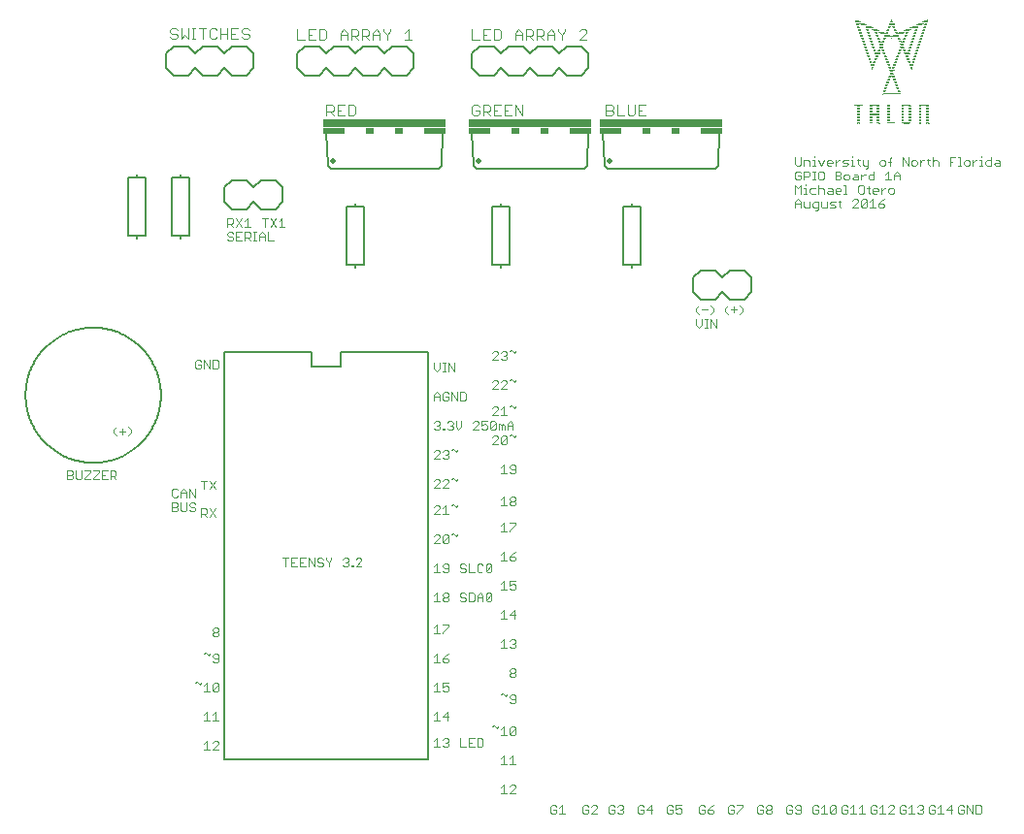
<source format=gto>
G75*
%MOIN*%
%OFA0B0*%
%FSLAX25Y25*%
%IPPOS*%
%LPD*%
%AMOC8*
5,1,8,0,0,1.08239X$1,22.5*
%
%ADD10R,0.00330X0.00333*%
%ADD11R,0.00340X0.00333*%
%ADD12R,0.02330X0.00333*%
%ADD13R,0.00670X0.00333*%
%ADD14R,0.01000X0.00333*%
%ADD15R,0.02670X0.00333*%
%ADD16R,0.03000X0.00333*%
%ADD17R,0.01000X0.00334*%
%ADD18R,0.02340X0.00334*%
%ADD19R,0.00670X0.00334*%
%ADD20R,0.00660X0.00334*%
%ADD21R,0.03340X0.00333*%
%ADD22R,0.03000X0.00334*%
%ADD23R,0.02660X0.00334*%
%ADD24R,0.02000X0.00334*%
%ADD25R,0.06330X0.00333*%
%ADD26R,0.06330X0.00334*%
%ADD27R,0.00660X0.00333*%
%ADD28R,0.01670X0.00333*%
%ADD29R,0.01670X0.00334*%
%ADD30R,0.01340X0.00333*%
%ADD31R,0.00330X0.00334*%
%ADD32R,0.01330X0.00333*%
%ADD33R,0.01330X0.00334*%
%ADD34R,0.01340X0.00334*%
%ADD35R,0.02000X0.00333*%
%ADD36R,0.01660X0.00334*%
%ADD37R,0.01660X0.00333*%
%ADD38R,0.05000X0.00333*%
%ADD39R,0.02340X0.00333*%
%ADD40R,0.02330X0.00334*%
%ADD41R,0.02670X0.00334*%
%ADD42R,0.00340X0.00334*%
%ADD43C,0.00300*%
%ADD44C,0.00800*%
%ADD45C,0.00600*%
%ADD46C,0.02000*%
%ADD47R,0.42000X0.03000*%
%ADD48R,0.07500X0.02000*%
%ADD49R,0.03000X0.02000*%
D10*
X0304436Y0288305D03*
X0305106Y0288305D03*
X0313106Y0298305D03*
X0309436Y0307305D03*
X0316106Y0317638D03*
X0316106Y0323638D03*
X0328106Y0288305D03*
D11*
X0328771Y0288305D03*
X0311771Y0288305D03*
D12*
X0321106Y0288305D03*
X0324106Y0321638D03*
X0308106Y0321638D03*
D13*
X0307936Y0320305D03*
X0308606Y0318305D03*
X0308936Y0317305D03*
X0309606Y0315305D03*
X0309936Y0314305D03*
X0311936Y0313638D03*
X0313606Y0312305D03*
X0313936Y0311638D03*
X0310606Y0310305D03*
X0308936Y0309638D03*
X0308936Y0309305D03*
X0308606Y0310305D03*
X0308606Y0310638D03*
X0307936Y0312305D03*
X0307606Y0313305D03*
X0306936Y0315305D03*
X0306606Y0316305D03*
X0311606Y0317638D03*
X0311936Y0316638D03*
X0313606Y0317305D03*
X0314606Y0319638D03*
X0314936Y0320638D03*
X0316936Y0321305D03*
X0320936Y0318305D03*
X0320606Y0317638D03*
X0318606Y0317638D03*
X0318936Y0313305D03*
X0318606Y0312305D03*
X0317936Y0310638D03*
X0317606Y0309638D03*
X0316606Y0307305D03*
X0315606Y0307305D03*
X0317606Y0302305D03*
X0317936Y0301305D03*
X0318606Y0299638D03*
X0319936Y0294305D03*
X0319936Y0293638D03*
X0319936Y0293305D03*
X0319936Y0292638D03*
X0319936Y0292305D03*
X0319936Y0291638D03*
X0319936Y0291305D03*
X0319936Y0290638D03*
X0319936Y0290305D03*
X0319936Y0289638D03*
X0319936Y0289305D03*
X0325936Y0289305D03*
X0325936Y0289638D03*
X0325936Y0290305D03*
X0325936Y0290638D03*
X0325936Y0291305D03*
X0325936Y0291638D03*
X0325936Y0292305D03*
X0325936Y0292638D03*
X0325936Y0293305D03*
X0325936Y0293638D03*
X0325936Y0294305D03*
X0325936Y0288638D03*
X0325936Y0288305D03*
X0313606Y0299305D03*
X0313936Y0300305D03*
X0309606Y0307638D03*
X0310936Y0319305D03*
X0304606Y0321638D03*
X0320606Y0313305D03*
X0322606Y0314638D03*
X0322936Y0315638D03*
X0323606Y0317638D03*
X0323936Y0318638D03*
X0324606Y0320638D03*
X0326936Y0319638D03*
X0326606Y0318638D03*
X0325936Y0316638D03*
X0325606Y0315638D03*
X0324936Y0313638D03*
X0324606Y0312638D03*
X0323936Y0310638D03*
X0323606Y0309638D03*
X0323606Y0309305D03*
X0322936Y0307638D03*
X0322936Y0307305D03*
X0327606Y0321638D03*
X0327936Y0322638D03*
D14*
X0327771Y0322305D03*
X0327441Y0321305D03*
X0327101Y0320305D03*
X0326771Y0319305D03*
X0326441Y0318305D03*
X0326101Y0317305D03*
X0325771Y0316305D03*
X0325441Y0315305D03*
X0325101Y0314305D03*
X0324771Y0313305D03*
X0324441Y0312305D03*
X0324101Y0311305D03*
X0323771Y0310305D03*
X0322101Y0309638D03*
X0321771Y0310305D03*
X0321771Y0310638D03*
X0321441Y0311305D03*
X0321441Y0311638D03*
X0322101Y0313305D03*
X0322441Y0314305D03*
X0322771Y0315305D03*
X0323101Y0316305D03*
X0323441Y0317305D03*
X0323771Y0318305D03*
X0324101Y0319305D03*
X0324441Y0320305D03*
X0321441Y0319638D03*
X0321101Y0318638D03*
X0320441Y0317305D03*
X0319101Y0316638D03*
X0318771Y0317305D03*
X0319771Y0315305D03*
X0320441Y0313638D03*
X0319101Y0313638D03*
X0318771Y0312638D03*
X0318101Y0311305D03*
X0317771Y0310305D03*
X0317441Y0309305D03*
X0317101Y0308638D03*
X0317101Y0308305D03*
X0316771Y0307638D03*
X0315441Y0307638D03*
X0315101Y0308638D03*
X0314771Y0309305D03*
X0314771Y0309638D03*
X0314441Y0310305D03*
X0314101Y0311305D03*
X0313441Y0312638D03*
X0313101Y0313638D03*
X0311771Y0313305D03*
X0311101Y0311638D03*
X0311101Y0311305D03*
X0310771Y0310638D03*
X0310101Y0309305D03*
X0308101Y0311638D03*
X0307771Y0312638D03*
X0307441Y0313638D03*
X0307101Y0314638D03*
X0306771Y0315638D03*
X0306441Y0316638D03*
X0306101Y0317638D03*
X0305771Y0318305D03*
X0305771Y0318638D03*
X0305441Y0319305D03*
X0305441Y0319638D03*
X0305101Y0320305D03*
X0305101Y0320638D03*
X0304771Y0321305D03*
X0304441Y0322305D03*
X0307771Y0320638D03*
X0308101Y0319638D03*
X0308441Y0318638D03*
X0308771Y0317638D03*
X0309101Y0316638D03*
X0309441Y0315638D03*
X0309771Y0314638D03*
X0311771Y0317305D03*
X0311101Y0318638D03*
X0310771Y0319638D03*
X0313771Y0317638D03*
X0314771Y0320305D03*
X0315441Y0321638D03*
X0316771Y0321638D03*
X0317441Y0320305D03*
X0317771Y0319638D03*
X0316101Y0323305D03*
X0316101Y0306305D03*
X0316101Y0305638D03*
X0315441Y0304305D03*
X0315101Y0303305D03*
X0314771Y0302638D03*
X0314771Y0302305D03*
X0314441Y0301638D03*
X0314101Y0300638D03*
X0313771Y0299638D03*
X0318101Y0300638D03*
X0317771Y0301638D03*
X0317441Y0302638D03*
X0317101Y0303305D03*
X0317101Y0303638D03*
X0316771Y0304305D03*
X0318771Y0299305D03*
X0315101Y0294638D03*
X0315101Y0294305D03*
X0315101Y0293638D03*
X0315101Y0293305D03*
X0315101Y0292638D03*
X0315101Y0292305D03*
X0315101Y0291638D03*
X0315101Y0291305D03*
X0315101Y0290638D03*
X0315101Y0290305D03*
X0315101Y0289638D03*
X0315101Y0289305D03*
X0311441Y0289305D03*
X0311441Y0289638D03*
X0311441Y0290305D03*
X0311441Y0290638D03*
X0311441Y0292305D03*
X0311441Y0292638D03*
X0311441Y0293305D03*
X0311441Y0293638D03*
X0311441Y0294305D03*
X0309101Y0294305D03*
X0309101Y0293638D03*
X0309101Y0293305D03*
X0309101Y0292638D03*
X0309101Y0292305D03*
X0309101Y0290638D03*
X0309101Y0290305D03*
X0309101Y0289638D03*
X0309101Y0289305D03*
X0309101Y0288638D03*
X0311441Y0288638D03*
X0304771Y0288638D03*
X0304771Y0289305D03*
X0304771Y0289638D03*
X0304771Y0290305D03*
X0304771Y0290638D03*
X0304771Y0291305D03*
X0304771Y0291638D03*
X0304771Y0292305D03*
X0304771Y0292638D03*
X0304771Y0293305D03*
X0304771Y0293638D03*
X0304771Y0294305D03*
X0322441Y0294305D03*
X0322441Y0293638D03*
X0322441Y0293305D03*
X0322441Y0292638D03*
X0322441Y0292305D03*
X0322441Y0291638D03*
X0322441Y0291305D03*
X0322441Y0290638D03*
X0322441Y0290305D03*
X0322441Y0289638D03*
X0322441Y0289305D03*
X0328441Y0289305D03*
X0328441Y0289638D03*
X0328441Y0290305D03*
X0328441Y0290638D03*
X0328441Y0291305D03*
X0328441Y0291638D03*
X0328441Y0292305D03*
X0328441Y0292638D03*
X0328441Y0293305D03*
X0328441Y0293638D03*
X0328441Y0294305D03*
X0328441Y0288638D03*
D15*
X0315936Y0288638D03*
X0313606Y0319305D03*
X0308606Y0321305D03*
D16*
X0305441Y0322638D03*
X0323771Y0321305D03*
X0321101Y0294638D03*
X0321101Y0288638D03*
X0304771Y0294638D03*
D17*
X0304771Y0293972D03*
X0304771Y0292972D03*
X0304771Y0291972D03*
X0304771Y0290972D03*
X0304771Y0289972D03*
X0304771Y0288972D03*
X0309101Y0288972D03*
X0309101Y0289972D03*
X0309101Y0290972D03*
X0309101Y0291972D03*
X0309101Y0292972D03*
X0309101Y0293972D03*
X0311441Y0293972D03*
X0311441Y0292972D03*
X0311441Y0291972D03*
X0311441Y0290972D03*
X0311441Y0289972D03*
X0311441Y0288972D03*
X0315101Y0289972D03*
X0315101Y0290972D03*
X0315101Y0291972D03*
X0315101Y0292972D03*
X0315101Y0293972D03*
X0315101Y0294972D03*
X0313771Y0299972D03*
X0315441Y0303972D03*
X0316101Y0305972D03*
X0317771Y0309972D03*
X0318101Y0310972D03*
X0318441Y0311972D03*
X0318771Y0312972D03*
X0320771Y0312972D03*
X0319771Y0314972D03*
X0320441Y0316972D03*
X0320771Y0317972D03*
X0321101Y0318972D03*
X0318441Y0317972D03*
X0317101Y0320972D03*
X0316771Y0321972D03*
X0316101Y0322972D03*
X0315441Y0321972D03*
X0315101Y0320972D03*
X0314771Y0319972D03*
X0313771Y0317972D03*
X0313441Y0316972D03*
X0311771Y0316972D03*
X0311441Y0317972D03*
X0311101Y0318972D03*
X0308771Y0317972D03*
X0309101Y0316972D03*
X0309441Y0315972D03*
X0309771Y0314972D03*
X0310101Y0313972D03*
X0310441Y0312972D03*
X0311771Y0312972D03*
X0313441Y0312972D03*
X0313771Y0311972D03*
X0314101Y0310972D03*
X0310771Y0310972D03*
X0310441Y0309972D03*
X0308771Y0309972D03*
X0308441Y0310972D03*
X0308101Y0311972D03*
X0307771Y0312972D03*
X0307441Y0313972D03*
X0309441Y0307972D03*
X0318101Y0300972D03*
X0318441Y0299972D03*
X0322441Y0293972D03*
X0322441Y0292972D03*
X0322441Y0291972D03*
X0322441Y0290972D03*
X0322441Y0289972D03*
X0328441Y0289972D03*
X0328441Y0290972D03*
X0328441Y0291972D03*
X0328441Y0292972D03*
X0328441Y0293972D03*
X0328441Y0288972D03*
X0323101Y0307972D03*
X0323771Y0309972D03*
X0324101Y0310972D03*
X0324441Y0311972D03*
X0324771Y0312972D03*
X0322101Y0309972D03*
X0308441Y0318972D03*
D18*
X0315771Y0288972D03*
D19*
X0319936Y0288972D03*
X0319936Y0289972D03*
X0319936Y0290972D03*
X0319936Y0291972D03*
X0319936Y0292972D03*
X0319936Y0293972D03*
X0325936Y0293972D03*
X0325936Y0294972D03*
X0325936Y0292972D03*
X0325936Y0291972D03*
X0325936Y0290972D03*
X0325936Y0289972D03*
X0325936Y0288972D03*
X0317606Y0301972D03*
X0316936Y0303972D03*
X0314936Y0302972D03*
X0314606Y0301972D03*
X0316936Y0307972D03*
X0314936Y0308972D03*
X0314606Y0309972D03*
X0321606Y0310972D03*
X0321936Y0312972D03*
X0322606Y0314972D03*
X0322936Y0315972D03*
X0323606Y0317972D03*
X0323936Y0318972D03*
X0324606Y0320972D03*
X0326936Y0319972D03*
X0326606Y0318972D03*
X0325936Y0316972D03*
X0325606Y0315972D03*
X0324936Y0313972D03*
X0318936Y0316972D03*
X0317606Y0319972D03*
X0312606Y0314972D03*
X0306936Y0314972D03*
X0306606Y0315972D03*
X0305936Y0317972D03*
X0305606Y0318972D03*
X0304936Y0320972D03*
X0304606Y0321972D03*
X0307606Y0320972D03*
X0307936Y0319972D03*
X0327606Y0321972D03*
D20*
X0327271Y0320972D03*
X0326271Y0317972D03*
X0324271Y0319972D03*
X0323271Y0316972D03*
X0325271Y0314972D03*
X0322271Y0313972D03*
X0317271Y0308972D03*
X0315271Y0307972D03*
X0317271Y0302972D03*
X0314271Y0300972D03*
X0322271Y0288972D03*
X0306271Y0316972D03*
X0305271Y0319972D03*
D21*
X0310271Y0294638D03*
X0310271Y0291638D03*
X0310271Y0291305D03*
X0327271Y0294638D03*
D22*
X0304771Y0294972D03*
D23*
X0310271Y0294972D03*
X0321271Y0294972D03*
D24*
X0327601Y0294972D03*
X0322941Y0308972D03*
X0318271Y0318972D03*
X0313941Y0318972D03*
X0309601Y0320972D03*
X0309601Y0308972D03*
X0322601Y0320972D03*
D25*
X0316106Y0298638D03*
D26*
X0316106Y0298972D03*
D27*
X0318271Y0300305D03*
X0314271Y0301305D03*
X0315271Y0303638D03*
X0315271Y0308305D03*
X0314271Y0310638D03*
X0313271Y0313305D03*
X0310271Y0313305D03*
X0310271Y0313638D03*
X0309271Y0316305D03*
X0307271Y0314305D03*
X0308271Y0311305D03*
X0310271Y0309638D03*
X0313271Y0316638D03*
X0311271Y0318305D03*
X0308271Y0319305D03*
X0306271Y0317305D03*
X0315271Y0321305D03*
X0317271Y0320638D03*
X0321271Y0319305D03*
X0320271Y0316638D03*
X0323271Y0316638D03*
X0325271Y0314638D03*
X0324271Y0311638D03*
X0322271Y0313638D03*
X0322271Y0309305D03*
X0318271Y0311638D03*
X0324271Y0319638D03*
X0326271Y0317638D03*
X0327271Y0320638D03*
D28*
X0325436Y0322305D03*
X0316106Y0322305D03*
X0316106Y0322638D03*
X0311106Y0312638D03*
X0311106Y0312305D03*
X0316106Y0306638D03*
X0316106Y0304638D03*
X0321436Y0312305D03*
D29*
X0316106Y0306972D03*
X0316106Y0304972D03*
X0312436Y0313972D03*
X0316106Y0317972D03*
X0307436Y0321972D03*
D30*
X0304271Y0323638D03*
X0316271Y0305305D03*
D31*
X0323106Y0306972D03*
X0309436Y0306972D03*
X0316106Y0323972D03*
X0328436Y0323972D03*
D32*
X0327936Y0323638D03*
X0319606Y0315638D03*
X0319606Y0314638D03*
X0322936Y0308638D03*
X0322936Y0308305D03*
X0312606Y0314305D03*
X0312606Y0314638D03*
X0312606Y0315305D03*
X0312606Y0315638D03*
X0309606Y0308638D03*
X0309606Y0308305D03*
D33*
X0310936Y0311972D03*
X0312606Y0315972D03*
X0319606Y0315972D03*
D34*
X0321271Y0311972D03*
D35*
X0321271Y0312638D03*
X0317601Y0318638D03*
X0319601Y0319638D03*
X0321271Y0320305D03*
X0321941Y0320638D03*
X0314601Y0318638D03*
X0312601Y0319638D03*
X0310941Y0320305D03*
X0310271Y0320638D03*
X0306601Y0322305D03*
X0304601Y0323305D03*
X0312601Y0316305D03*
X0326271Y0322638D03*
X0327601Y0323305D03*
D36*
X0324771Y0321972D03*
X0319771Y0313972D03*
D37*
X0319771Y0314305D03*
X0319771Y0316305D03*
D38*
X0316101Y0318305D03*
D39*
X0318771Y0319305D03*
D40*
X0311436Y0319972D03*
X0305106Y0322972D03*
X0327106Y0322972D03*
D41*
X0320606Y0319972D03*
D42*
X0303771Y0323972D03*
D43*
X0081885Y0073150D02*
X0079950Y0073150D01*
X0080917Y0073150D02*
X0080917Y0076052D01*
X0079950Y0075085D01*
X0082897Y0075569D02*
X0083380Y0076052D01*
X0084348Y0076052D01*
X0084831Y0075569D01*
X0084831Y0075085D01*
X0082897Y0073150D01*
X0084831Y0073150D01*
X0084831Y0083150D02*
X0082897Y0083150D01*
X0083864Y0083150D02*
X0083864Y0086052D01*
X0082897Y0085085D01*
X0081885Y0083150D02*
X0079950Y0083150D01*
X0080917Y0083150D02*
X0080917Y0086052D01*
X0079950Y0085085D01*
X0079897Y0093150D02*
X0081831Y0093150D01*
X0080864Y0093150D02*
X0080864Y0096052D01*
X0079897Y0095085D01*
X0078885Y0096052D02*
X0078401Y0095569D01*
X0077434Y0096536D01*
X0076950Y0096052D01*
X0082843Y0095569D02*
X0083327Y0096052D01*
X0084294Y0096052D01*
X0084778Y0095569D01*
X0082843Y0093634D01*
X0083327Y0093150D01*
X0084294Y0093150D01*
X0084778Y0093634D01*
X0084778Y0095569D01*
X0082843Y0095569D02*
X0082843Y0093634D01*
X0083380Y0103150D02*
X0084348Y0103150D01*
X0084831Y0103634D01*
X0084831Y0105569D01*
X0084348Y0106052D01*
X0083380Y0106052D01*
X0082897Y0105569D01*
X0082897Y0105085D01*
X0083380Y0104601D01*
X0084831Y0104601D01*
X0083380Y0103150D02*
X0082897Y0103634D01*
X0081401Y0105569D02*
X0081885Y0106052D01*
X0081401Y0105569D02*
X0080434Y0106536D01*
X0079950Y0106052D01*
X0083434Y0112150D02*
X0082950Y0112634D01*
X0082950Y0113117D01*
X0083434Y0113601D01*
X0084401Y0113601D01*
X0084885Y0113117D01*
X0084885Y0112634D01*
X0084401Y0112150D01*
X0083434Y0112150D01*
X0083434Y0113601D02*
X0082950Y0114085D01*
X0082950Y0114569D01*
X0083434Y0115052D01*
X0084401Y0115052D01*
X0084885Y0114569D01*
X0084885Y0114085D01*
X0084401Y0113601D01*
X0107917Y0136150D02*
X0107917Y0139052D01*
X0106950Y0139052D02*
X0108885Y0139052D01*
X0109897Y0139052D02*
X0109897Y0136150D01*
X0111831Y0136150D01*
X0112843Y0136150D02*
X0114778Y0136150D01*
X0115790Y0136150D02*
X0115790Y0139052D01*
X0117725Y0136150D01*
X0117725Y0139052D01*
X0118736Y0138569D02*
X0118736Y0138085D01*
X0119220Y0137601D01*
X0120187Y0137601D01*
X0120671Y0137117D01*
X0120671Y0136634D01*
X0120187Y0136150D01*
X0119220Y0136150D01*
X0118736Y0136634D01*
X0118736Y0138569D02*
X0119220Y0139052D01*
X0120187Y0139052D01*
X0120671Y0138569D01*
X0121683Y0138569D02*
X0122650Y0137601D01*
X0122650Y0136150D01*
X0122650Y0137601D02*
X0123618Y0138569D01*
X0123618Y0139052D01*
X0121683Y0139052D02*
X0121683Y0138569D01*
X0127576Y0138569D02*
X0128059Y0139052D01*
X0129027Y0139052D01*
X0129511Y0138569D01*
X0129511Y0138085D01*
X0129027Y0137601D01*
X0129511Y0137117D01*
X0129511Y0136634D01*
X0129027Y0136150D01*
X0128059Y0136150D01*
X0127576Y0136634D01*
X0128543Y0137601D02*
X0129027Y0137601D01*
X0130522Y0136634D02*
X0131006Y0136634D01*
X0131006Y0136150D01*
X0130522Y0136150D01*
X0130522Y0136634D01*
X0131995Y0136150D02*
X0133930Y0138085D01*
X0133930Y0138569D01*
X0133447Y0139052D01*
X0132479Y0139052D01*
X0131995Y0138569D01*
X0131995Y0136150D02*
X0133930Y0136150D01*
X0114778Y0139052D02*
X0112843Y0139052D01*
X0112843Y0136150D01*
X0112843Y0137601D02*
X0113811Y0137601D01*
X0111831Y0139052D02*
X0109897Y0139052D01*
X0109897Y0137601D02*
X0110864Y0137601D01*
X0083831Y0153150D02*
X0081897Y0156052D01*
X0080885Y0155569D02*
X0080885Y0154601D01*
X0080401Y0154117D01*
X0078950Y0154117D01*
X0078950Y0153150D02*
X0078950Y0156052D01*
X0080401Y0156052D01*
X0080885Y0155569D01*
X0079917Y0154117D02*
X0080885Y0153150D01*
X0081897Y0153150D02*
X0083831Y0156052D01*
X0076778Y0156117D02*
X0076778Y0155634D01*
X0076294Y0155150D01*
X0075327Y0155150D01*
X0074843Y0155634D01*
X0073831Y0155634D02*
X0073831Y0158052D01*
X0074843Y0157569D02*
X0074843Y0157085D01*
X0075327Y0156601D01*
X0076294Y0156601D01*
X0076778Y0156117D01*
X0076778Y0157569D02*
X0076294Y0158052D01*
X0075327Y0158052D01*
X0074843Y0157569D01*
X0073831Y0155634D02*
X0073348Y0155150D01*
X0072380Y0155150D01*
X0071897Y0155634D01*
X0071897Y0158052D01*
X0070885Y0157569D02*
X0070885Y0157085D01*
X0070401Y0156601D01*
X0068950Y0156601D01*
X0068950Y0155150D02*
X0070401Y0155150D01*
X0070885Y0155634D01*
X0070885Y0156117D01*
X0070401Y0156601D01*
X0070885Y0157569D02*
X0070401Y0158052D01*
X0068950Y0158052D01*
X0068950Y0155150D01*
X0069434Y0159950D02*
X0068950Y0160434D01*
X0068950Y0162369D01*
X0069434Y0162852D01*
X0070401Y0162852D01*
X0070885Y0162369D01*
X0071897Y0161885D02*
X0072864Y0162852D01*
X0073831Y0161885D01*
X0073831Y0159950D01*
X0074843Y0159950D02*
X0074843Y0162852D01*
X0076778Y0159950D01*
X0076778Y0162852D01*
X0079917Y0162750D02*
X0079917Y0165652D01*
X0078950Y0165652D02*
X0080885Y0165652D01*
X0081897Y0165652D02*
X0083831Y0162750D01*
X0081897Y0162750D02*
X0083831Y0165652D01*
X0073831Y0161401D02*
X0071897Y0161401D01*
X0071897Y0161885D02*
X0071897Y0159950D01*
X0070885Y0160434D02*
X0070401Y0159950D01*
X0069434Y0159950D01*
X0049618Y0166150D02*
X0048650Y0167117D01*
X0049134Y0167117D02*
X0047683Y0167117D01*
X0047683Y0166150D02*
X0047683Y0169052D01*
X0049134Y0169052D01*
X0049618Y0168569D01*
X0049618Y0167601D01*
X0049134Y0167117D01*
X0046671Y0166150D02*
X0044736Y0166150D01*
X0044736Y0169052D01*
X0046671Y0169052D01*
X0045704Y0167601D02*
X0044736Y0167601D01*
X0043725Y0168569D02*
X0041790Y0166634D01*
X0041790Y0166150D01*
X0043725Y0166150D01*
X0043725Y0168569D02*
X0043725Y0169052D01*
X0041790Y0169052D01*
X0040778Y0169052D02*
X0040778Y0168569D01*
X0038843Y0166634D01*
X0038843Y0166150D01*
X0040778Y0166150D01*
X0040778Y0169052D02*
X0038843Y0169052D01*
X0037831Y0169052D02*
X0037831Y0166634D01*
X0037348Y0166150D01*
X0036380Y0166150D01*
X0035897Y0166634D01*
X0035897Y0169052D01*
X0034885Y0168569D02*
X0034885Y0168085D01*
X0034401Y0167601D01*
X0032950Y0167601D01*
X0032950Y0166150D02*
X0032950Y0169052D01*
X0034401Y0169052D01*
X0034885Y0168569D01*
X0034401Y0167601D02*
X0034885Y0167117D01*
X0034885Y0166634D01*
X0034401Y0166150D01*
X0032950Y0166150D01*
X0048950Y0182117D02*
X0048950Y0183085D01*
X0049917Y0184052D01*
X0050914Y0182601D02*
X0052849Y0182601D01*
X0051882Y0181634D02*
X0051882Y0183569D01*
X0053861Y0184052D02*
X0054828Y0183085D01*
X0054828Y0182117D01*
X0053861Y0181150D01*
X0049917Y0181150D02*
X0048950Y0182117D01*
X0076950Y0204634D02*
X0077434Y0204150D01*
X0078401Y0204150D01*
X0078885Y0204634D01*
X0078885Y0205601D01*
X0077917Y0205601D01*
X0076950Y0204634D02*
X0076950Y0206569D01*
X0077434Y0207052D01*
X0078401Y0207052D01*
X0078885Y0206569D01*
X0079897Y0207052D02*
X0081831Y0204150D01*
X0081831Y0207052D01*
X0082843Y0207052D02*
X0084294Y0207052D01*
X0084778Y0206569D01*
X0084778Y0204634D01*
X0084294Y0204150D01*
X0082843Y0204150D01*
X0082843Y0207052D01*
X0079897Y0207052D02*
X0079897Y0204150D01*
X0088434Y0248150D02*
X0087950Y0248634D01*
X0088434Y0248150D02*
X0089401Y0248150D01*
X0089885Y0248634D01*
X0089885Y0249117D01*
X0089401Y0249601D01*
X0088434Y0249601D01*
X0087950Y0250085D01*
X0087950Y0250569D01*
X0088434Y0251052D01*
X0089401Y0251052D01*
X0089885Y0250569D01*
X0090897Y0251052D02*
X0090897Y0248150D01*
X0092831Y0248150D01*
X0093843Y0248150D02*
X0093843Y0251052D01*
X0095294Y0251052D01*
X0095778Y0250569D01*
X0095778Y0249601D01*
X0095294Y0249117D01*
X0093843Y0249117D01*
X0094811Y0249117D02*
X0095778Y0248150D01*
X0096790Y0248150D02*
X0097757Y0248150D01*
X0097273Y0248150D02*
X0097273Y0251052D01*
X0096790Y0251052D02*
X0097757Y0251052D01*
X0098754Y0250085D02*
X0099721Y0251052D01*
X0100689Y0250085D01*
X0100689Y0248150D01*
X0101700Y0248150D02*
X0103635Y0248150D01*
X0101700Y0248150D02*
X0101700Y0251052D01*
X0100689Y0249601D02*
X0098754Y0249601D01*
X0098754Y0250085D02*
X0098754Y0248150D01*
X0092831Y0251052D02*
X0090897Y0251052D01*
X0090897Y0249601D02*
X0091864Y0249601D01*
X0090897Y0252950D02*
X0092831Y0255852D01*
X0093843Y0254885D02*
X0094811Y0255852D01*
X0094811Y0252950D01*
X0095778Y0252950D02*
X0093843Y0252950D01*
X0092831Y0252950D02*
X0090897Y0255852D01*
X0089885Y0255369D02*
X0089885Y0254401D01*
X0089401Y0253917D01*
X0087950Y0253917D01*
X0087950Y0252950D02*
X0087950Y0255852D01*
X0089401Y0255852D01*
X0089885Y0255369D01*
X0088917Y0253917D02*
X0089885Y0252950D01*
X0099736Y0255852D02*
X0101671Y0255852D01*
X0100704Y0255852D02*
X0100704Y0252950D01*
X0102683Y0252950D02*
X0104618Y0255852D01*
X0105629Y0254885D02*
X0106597Y0255852D01*
X0106597Y0252950D01*
X0107564Y0252950D02*
X0105629Y0252950D01*
X0104618Y0252950D02*
X0102683Y0255852D01*
X0121950Y0291150D02*
X0121950Y0294853D01*
X0123802Y0294853D01*
X0124419Y0294236D01*
X0124419Y0293002D01*
X0123802Y0292384D01*
X0121950Y0292384D01*
X0123184Y0292384D02*
X0124419Y0291150D01*
X0125633Y0291150D02*
X0128102Y0291150D01*
X0129316Y0291150D02*
X0131168Y0291150D01*
X0131785Y0291767D01*
X0131785Y0294236D01*
X0131168Y0294853D01*
X0129316Y0294853D01*
X0129316Y0291150D01*
X0126868Y0293002D02*
X0125633Y0293002D01*
X0125633Y0294853D02*
X0125633Y0291150D01*
X0125633Y0294853D02*
X0128102Y0294853D01*
X0129151Y0317150D02*
X0129151Y0319619D01*
X0127917Y0320853D01*
X0126683Y0319619D01*
X0126683Y0317150D01*
X0126683Y0319002D02*
X0129151Y0319002D01*
X0130366Y0318384D02*
X0132217Y0318384D01*
X0132834Y0319002D01*
X0132834Y0320236D01*
X0132217Y0320853D01*
X0130366Y0320853D01*
X0130366Y0317150D01*
X0131600Y0318384D02*
X0132834Y0317150D01*
X0134049Y0317150D02*
X0134049Y0320853D01*
X0135900Y0320853D01*
X0136518Y0320236D01*
X0136518Y0319002D01*
X0135900Y0318384D01*
X0134049Y0318384D01*
X0135283Y0318384D02*
X0136518Y0317150D01*
X0137732Y0317150D02*
X0137732Y0319619D01*
X0138966Y0320853D01*
X0140201Y0319619D01*
X0140201Y0317150D01*
X0140201Y0319002D02*
X0137732Y0319002D01*
X0141415Y0320236D02*
X0142650Y0319002D01*
X0142650Y0317150D01*
X0142650Y0319002D02*
X0143884Y0320236D01*
X0143884Y0320853D01*
X0141415Y0320853D02*
X0141415Y0320236D01*
X0148781Y0319619D02*
X0150016Y0320853D01*
X0150016Y0317150D01*
X0151250Y0317150D02*
X0148781Y0317150D01*
X0171950Y0317150D02*
X0174419Y0317150D01*
X0175633Y0317150D02*
X0178102Y0317150D01*
X0179316Y0317150D02*
X0181168Y0317150D01*
X0181785Y0317767D01*
X0181785Y0320236D01*
X0181168Y0320853D01*
X0179316Y0320853D01*
X0179316Y0317150D01*
X0176868Y0319002D02*
X0175633Y0319002D01*
X0175633Y0320853D02*
X0175633Y0317150D01*
X0171950Y0317150D02*
X0171950Y0320853D01*
X0175633Y0320853D02*
X0178102Y0320853D01*
X0186683Y0319619D02*
X0186683Y0317150D01*
X0186683Y0319002D02*
X0189151Y0319002D01*
X0189151Y0319619D02*
X0189151Y0317150D01*
X0190366Y0317150D02*
X0190366Y0320853D01*
X0192217Y0320853D01*
X0192834Y0320236D01*
X0192834Y0319002D01*
X0192217Y0318384D01*
X0190366Y0318384D01*
X0191600Y0318384D02*
X0192834Y0317150D01*
X0194049Y0317150D02*
X0194049Y0320853D01*
X0195900Y0320853D01*
X0196518Y0320236D01*
X0196518Y0319002D01*
X0195900Y0318384D01*
X0194049Y0318384D01*
X0195283Y0318384D02*
X0196518Y0317150D01*
X0197732Y0317150D02*
X0197732Y0319619D01*
X0198966Y0320853D01*
X0200201Y0319619D01*
X0200201Y0317150D01*
X0200201Y0319002D02*
X0197732Y0319002D01*
X0201415Y0320236D02*
X0202650Y0319002D01*
X0202650Y0317150D01*
X0202650Y0319002D02*
X0203884Y0320236D01*
X0203884Y0320853D01*
X0201415Y0320853D02*
X0201415Y0320236D01*
X0208781Y0320236D02*
X0209399Y0320853D01*
X0210633Y0320853D01*
X0211250Y0320236D01*
X0211250Y0319619D01*
X0208781Y0317150D01*
X0211250Y0317150D01*
X0189151Y0319619D02*
X0187917Y0320853D01*
X0186683Y0319619D01*
X0186683Y0294853D02*
X0189151Y0291150D01*
X0189151Y0294853D01*
X0186683Y0294853D02*
X0186683Y0291150D01*
X0185468Y0291150D02*
X0182999Y0291150D01*
X0182999Y0294853D01*
X0185468Y0294853D01*
X0184234Y0293002D02*
X0182999Y0293002D01*
X0181785Y0294853D02*
X0179316Y0294853D01*
X0179316Y0291150D01*
X0181785Y0291150D01*
X0180551Y0293002D02*
X0179316Y0293002D01*
X0178102Y0293002D02*
X0177485Y0292384D01*
X0175633Y0292384D01*
X0175633Y0291150D02*
X0175633Y0294853D01*
X0177485Y0294853D01*
X0178102Y0294236D01*
X0178102Y0293002D01*
X0176868Y0292384D02*
X0178102Y0291150D01*
X0174419Y0291767D02*
X0174419Y0293002D01*
X0173184Y0293002D01*
X0171950Y0294236D02*
X0171950Y0291767D01*
X0172567Y0291150D01*
X0173802Y0291150D01*
X0174419Y0291767D01*
X0174419Y0294236D02*
X0173802Y0294853D01*
X0172567Y0294853D01*
X0171950Y0294236D01*
X0217950Y0294853D02*
X0217950Y0291150D01*
X0219802Y0291150D01*
X0220419Y0291767D01*
X0220419Y0292384D01*
X0219802Y0293002D01*
X0217950Y0293002D01*
X0217950Y0294853D02*
X0219802Y0294853D01*
X0220419Y0294236D01*
X0220419Y0293619D01*
X0219802Y0293002D01*
X0221633Y0294853D02*
X0221633Y0291150D01*
X0224102Y0291150D01*
X0225316Y0291767D02*
X0225933Y0291150D01*
X0227168Y0291150D01*
X0227785Y0291767D01*
X0227785Y0294853D01*
X0228999Y0294853D02*
X0228999Y0291150D01*
X0231468Y0291150D01*
X0230234Y0293002D02*
X0228999Y0293002D01*
X0228999Y0294853D02*
X0231468Y0294853D01*
X0225316Y0294853D02*
X0225316Y0291767D01*
X0282922Y0276760D02*
X0282922Y0274342D01*
X0283406Y0273858D01*
X0284374Y0273858D01*
X0284857Y0274342D01*
X0284857Y0276760D01*
X0285869Y0275793D02*
X0287320Y0275793D01*
X0287804Y0275309D01*
X0287804Y0273858D01*
X0288815Y0273858D02*
X0289783Y0273858D01*
X0289299Y0273858D02*
X0289299Y0275793D01*
X0288815Y0275793D01*
X0289299Y0276760D02*
X0289299Y0277244D01*
X0290780Y0275793D02*
X0291747Y0273858D01*
X0292715Y0275793D01*
X0293726Y0275309D02*
X0294210Y0275793D01*
X0295178Y0275793D01*
X0295661Y0275309D01*
X0295661Y0274825D01*
X0293726Y0274825D01*
X0293726Y0274342D02*
X0293726Y0275309D01*
X0293726Y0274342D02*
X0294210Y0273858D01*
X0295178Y0273858D01*
X0296673Y0273858D02*
X0296673Y0275793D01*
X0297640Y0275793D02*
X0298124Y0275793D01*
X0297640Y0275793D02*
X0296673Y0274825D01*
X0299128Y0275309D02*
X0299612Y0275793D01*
X0301063Y0275793D01*
X0302075Y0275793D02*
X0302559Y0275793D01*
X0302559Y0273858D01*
X0303042Y0273858D02*
X0302075Y0273858D01*
X0301063Y0274342D02*
X0300579Y0274825D01*
X0299612Y0274825D01*
X0299128Y0275309D01*
X0299128Y0273858D02*
X0300579Y0273858D01*
X0301063Y0274342D01*
X0302559Y0276760D02*
X0302559Y0277244D01*
X0304039Y0275793D02*
X0305007Y0275793D01*
X0304523Y0276277D02*
X0304523Y0274342D01*
X0305007Y0273858D01*
X0306003Y0274342D02*
X0306487Y0273858D01*
X0307938Y0273858D01*
X0307938Y0273374D02*
X0307938Y0275793D01*
X0306003Y0275793D02*
X0306003Y0274342D01*
X0306971Y0272890D02*
X0307455Y0272890D01*
X0307938Y0273374D01*
X0309903Y0271960D02*
X0309903Y0269058D01*
X0308452Y0269058D01*
X0307968Y0269542D01*
X0307968Y0270509D01*
X0308452Y0270993D01*
X0309903Y0270993D01*
X0306964Y0270993D02*
X0306480Y0270993D01*
X0305512Y0270025D01*
X0305512Y0269058D02*
X0305512Y0270993D01*
X0304501Y0270509D02*
X0304501Y0269058D01*
X0303050Y0269058D01*
X0302566Y0269542D01*
X0303050Y0270025D01*
X0304501Y0270025D01*
X0304501Y0270509D02*
X0304017Y0270993D01*
X0303050Y0270993D01*
X0301554Y0270509D02*
X0301554Y0269542D01*
X0301071Y0269058D01*
X0300103Y0269058D01*
X0299619Y0269542D01*
X0299619Y0270509D01*
X0300103Y0270993D01*
X0301071Y0270993D01*
X0301554Y0270509D01*
X0298608Y0270025D02*
X0298608Y0269542D01*
X0298124Y0269058D01*
X0296673Y0269058D01*
X0296673Y0271960D01*
X0298124Y0271960D01*
X0298608Y0271477D01*
X0298608Y0270993D01*
X0298124Y0270509D01*
X0296673Y0270509D01*
X0298124Y0270509D02*
X0298608Y0270025D01*
X0299619Y0267160D02*
X0300103Y0267160D01*
X0300103Y0264258D01*
X0299619Y0264258D02*
X0300587Y0264258D01*
X0298608Y0265225D02*
X0296673Y0265225D01*
X0296673Y0264742D02*
X0296673Y0265709D01*
X0297157Y0266193D01*
X0298124Y0266193D01*
X0298608Y0265709D01*
X0298608Y0265225D01*
X0298124Y0264258D02*
X0297157Y0264258D01*
X0296673Y0264742D01*
X0295661Y0265225D02*
X0294210Y0265225D01*
X0293726Y0264742D01*
X0294210Y0264258D01*
X0295661Y0264258D01*
X0295661Y0265709D01*
X0295178Y0266193D01*
X0294210Y0266193D01*
X0292715Y0265709D02*
X0292715Y0264258D01*
X0292715Y0265709D02*
X0292231Y0266193D01*
X0291264Y0266193D01*
X0290780Y0265709D01*
X0289768Y0266193D02*
X0288317Y0266193D01*
X0287833Y0265709D01*
X0287833Y0264742D01*
X0288317Y0264258D01*
X0289768Y0264258D01*
X0290780Y0264258D02*
X0290780Y0267160D01*
X0291264Y0269058D02*
X0292231Y0269058D01*
X0292715Y0269542D01*
X0292715Y0271477D01*
X0292231Y0271960D01*
X0291264Y0271960D01*
X0290780Y0271477D01*
X0290780Y0269542D01*
X0291264Y0269058D01*
X0289783Y0269058D02*
X0288815Y0269058D01*
X0289299Y0269058D02*
X0289299Y0271960D01*
X0288815Y0271960D02*
X0289783Y0271960D01*
X0287804Y0271477D02*
X0287804Y0270509D01*
X0287320Y0270025D01*
X0285869Y0270025D01*
X0285869Y0269058D02*
X0285869Y0271960D01*
X0287320Y0271960D01*
X0287804Y0271477D01*
X0284857Y0271477D02*
X0284374Y0271960D01*
X0283406Y0271960D01*
X0282922Y0271477D01*
X0282922Y0269542D01*
X0283406Y0269058D01*
X0284374Y0269058D01*
X0284857Y0269542D01*
X0284857Y0270509D01*
X0283890Y0270509D01*
X0284857Y0267160D02*
X0284857Y0264258D01*
X0285869Y0264258D02*
X0286836Y0264258D01*
X0286353Y0264258D02*
X0286353Y0266193D01*
X0285869Y0266193D01*
X0286353Y0267160D02*
X0286353Y0267644D01*
X0284857Y0267160D02*
X0283890Y0266193D01*
X0282922Y0267160D01*
X0282922Y0264258D01*
X0283890Y0262360D02*
X0282922Y0261393D01*
X0282922Y0259458D01*
X0282922Y0260909D02*
X0284857Y0260909D01*
X0284857Y0261393D02*
X0284857Y0259458D01*
X0285869Y0259942D02*
X0286353Y0259458D01*
X0287804Y0259458D01*
X0287804Y0261393D01*
X0288815Y0260909D02*
X0288815Y0259942D01*
X0289299Y0259458D01*
X0290750Y0259458D01*
X0290750Y0258974D02*
X0290750Y0261393D01*
X0289299Y0261393D01*
X0288815Y0260909D01*
X0289783Y0258490D02*
X0290267Y0258490D01*
X0290750Y0258974D01*
X0291762Y0259942D02*
X0292246Y0259458D01*
X0293697Y0259458D01*
X0293697Y0261393D01*
X0294708Y0260909D02*
X0295192Y0261393D01*
X0296643Y0261393D01*
X0297655Y0261393D02*
X0298622Y0261393D01*
X0298139Y0261877D02*
X0298139Y0259942D01*
X0298622Y0259458D01*
X0296643Y0259942D02*
X0296160Y0259458D01*
X0294708Y0259458D01*
X0295192Y0260425D02*
X0294708Y0260909D01*
X0295192Y0260425D02*
X0296160Y0260425D01*
X0296643Y0259942D01*
X0291762Y0259942D02*
X0291762Y0261393D01*
X0285869Y0261393D02*
X0285869Y0259942D01*
X0284857Y0261393D02*
X0283890Y0262360D01*
X0285869Y0273858D02*
X0285869Y0275793D01*
X0302566Y0261877D02*
X0303050Y0262360D01*
X0304017Y0262360D01*
X0304501Y0261877D01*
X0304501Y0261393D01*
X0302566Y0259458D01*
X0304501Y0259458D01*
X0305512Y0259942D02*
X0305996Y0259458D01*
X0306964Y0259458D01*
X0307447Y0259942D01*
X0307447Y0261877D01*
X0305512Y0259942D01*
X0305512Y0261877D01*
X0305996Y0262360D01*
X0306964Y0262360D01*
X0307447Y0261877D01*
X0308459Y0261393D02*
X0309426Y0262360D01*
X0309426Y0259458D01*
X0308459Y0259458D02*
X0310394Y0259458D01*
X0311405Y0259942D02*
X0311889Y0259458D01*
X0312857Y0259458D01*
X0313340Y0259942D01*
X0313340Y0260425D01*
X0312857Y0260909D01*
X0311405Y0260909D01*
X0311405Y0259942D01*
X0311405Y0260909D02*
X0312373Y0261877D01*
X0313340Y0262360D01*
X0312388Y0264258D02*
X0312388Y0266193D01*
X0313355Y0266193D02*
X0313839Y0266193D01*
X0313355Y0266193D02*
X0312388Y0265225D01*
X0311376Y0265225D02*
X0309441Y0265225D01*
X0309441Y0264742D02*
X0309441Y0265709D01*
X0309925Y0266193D01*
X0310892Y0266193D01*
X0311376Y0265709D01*
X0311376Y0265225D01*
X0310892Y0264258D02*
X0309925Y0264258D01*
X0309441Y0264742D01*
X0308444Y0264258D02*
X0307960Y0264742D01*
X0307960Y0266677D01*
X0307477Y0266193D02*
X0308444Y0266193D01*
X0306465Y0266677D02*
X0305981Y0267160D01*
X0305014Y0267160D01*
X0304530Y0266677D01*
X0304530Y0264742D01*
X0305014Y0264258D01*
X0305981Y0264258D01*
X0306465Y0264742D01*
X0306465Y0266677D01*
X0313861Y0269058D02*
X0315796Y0269058D01*
X0314828Y0269058D02*
X0314828Y0271960D01*
X0313861Y0270993D01*
X0313348Y0273858D02*
X0313831Y0274342D01*
X0313831Y0275309D01*
X0313348Y0275793D01*
X0312380Y0275793D01*
X0311896Y0275309D01*
X0311896Y0274342D01*
X0312380Y0273858D01*
X0313348Y0273858D01*
X0315327Y0273858D02*
X0315327Y0276277D01*
X0315810Y0276760D01*
X0315810Y0275309D02*
X0314843Y0275309D01*
X0317775Y0271960D02*
X0318742Y0270993D01*
X0318742Y0269058D01*
X0318742Y0270509D02*
X0316807Y0270509D01*
X0316807Y0270993D02*
X0317775Y0271960D01*
X0316807Y0270993D02*
X0316807Y0269058D01*
X0316294Y0266193D02*
X0315327Y0266193D01*
X0314843Y0265709D01*
X0314843Y0264742D01*
X0315327Y0264258D01*
X0316294Y0264258D01*
X0316778Y0264742D01*
X0316778Y0265709D01*
X0316294Y0266193D01*
X0319754Y0273858D02*
X0319754Y0276760D01*
X0321689Y0273858D01*
X0321689Y0276760D01*
X0322700Y0275309D02*
X0322700Y0274342D01*
X0323184Y0273858D01*
X0324152Y0273858D01*
X0324635Y0274342D01*
X0324635Y0275309D01*
X0324152Y0275793D01*
X0323184Y0275793D01*
X0322700Y0275309D01*
X0325647Y0274825D02*
X0326614Y0275793D01*
X0327098Y0275793D01*
X0328102Y0275793D02*
X0329070Y0275793D01*
X0328586Y0276277D02*
X0328586Y0274342D01*
X0329070Y0273858D01*
X0330067Y0273858D02*
X0330067Y0276760D01*
X0330550Y0275793D02*
X0331518Y0275793D01*
X0332002Y0275309D01*
X0332002Y0273858D01*
X0330067Y0275309D02*
X0330550Y0275793D01*
X0335960Y0275309D02*
X0336927Y0275309D01*
X0335960Y0273858D02*
X0335960Y0276760D01*
X0337895Y0276760D01*
X0338906Y0276760D02*
X0339390Y0276760D01*
X0339390Y0273858D01*
X0338906Y0273858D02*
X0339874Y0273858D01*
X0340871Y0274342D02*
X0341354Y0273858D01*
X0342322Y0273858D01*
X0342806Y0274342D01*
X0342806Y0275309D01*
X0342322Y0275793D01*
X0341354Y0275793D01*
X0340871Y0275309D01*
X0340871Y0274342D01*
X0343817Y0274825D02*
X0344785Y0275793D01*
X0345268Y0275793D01*
X0346273Y0275793D02*
X0346756Y0275793D01*
X0346756Y0273858D01*
X0346273Y0273858D02*
X0347240Y0273858D01*
X0348237Y0274342D02*
X0348237Y0275309D01*
X0348721Y0275793D01*
X0350172Y0275793D01*
X0350172Y0276760D02*
X0350172Y0273858D01*
X0348721Y0273858D01*
X0348237Y0274342D01*
X0346756Y0276760D02*
X0346756Y0277244D01*
X0343817Y0275793D02*
X0343817Y0273858D01*
X0351183Y0274342D02*
X0351667Y0274825D01*
X0353118Y0274825D01*
X0353118Y0275309D02*
X0353118Y0273858D01*
X0351667Y0273858D01*
X0351183Y0274342D01*
X0351667Y0275793D02*
X0352635Y0275793D01*
X0353118Y0275309D01*
X0325647Y0275793D02*
X0325647Y0273858D01*
X0264650Y0224885D02*
X0263683Y0225852D01*
X0264650Y0224885D02*
X0264650Y0223917D01*
X0263683Y0222950D01*
X0262671Y0224401D02*
X0260736Y0224401D01*
X0261704Y0225369D02*
X0261704Y0223434D01*
X0259739Y0222950D02*
X0258772Y0223917D01*
X0258772Y0224885D01*
X0259739Y0225852D01*
X0254828Y0224885D02*
X0253861Y0225852D01*
X0254828Y0224885D02*
X0254828Y0223917D01*
X0253861Y0222950D01*
X0252849Y0224401D02*
X0250914Y0224401D01*
X0249917Y0222950D02*
X0248950Y0223917D01*
X0248950Y0224885D01*
X0249917Y0225852D01*
X0248950Y0221052D02*
X0248950Y0219117D01*
X0249917Y0218150D01*
X0250885Y0219117D01*
X0250885Y0221052D01*
X0251897Y0221052D02*
X0252864Y0221052D01*
X0252380Y0221052D02*
X0252380Y0218150D01*
X0251897Y0218150D02*
X0252864Y0218150D01*
X0253861Y0218150D02*
X0253861Y0221052D01*
X0255796Y0218150D01*
X0255796Y0221052D01*
X0186778Y0210052D02*
X0186294Y0209569D01*
X0185327Y0210536D01*
X0184843Y0210052D01*
X0183831Y0209569D02*
X0183831Y0209085D01*
X0183348Y0208601D01*
X0183831Y0208117D01*
X0183831Y0207634D01*
X0183348Y0207150D01*
X0182380Y0207150D01*
X0181897Y0207634D01*
X0180885Y0207150D02*
X0178950Y0207150D01*
X0180885Y0209085D01*
X0180885Y0209569D01*
X0180401Y0210052D01*
X0179434Y0210052D01*
X0178950Y0209569D01*
X0181897Y0209569D02*
X0182380Y0210052D01*
X0183348Y0210052D01*
X0183831Y0209569D01*
X0183348Y0208601D02*
X0182864Y0208601D01*
X0185327Y0200536D02*
X0186294Y0199569D01*
X0186778Y0200052D01*
X0185327Y0200536D02*
X0184843Y0200052D01*
X0183831Y0199569D02*
X0183348Y0200052D01*
X0182380Y0200052D01*
X0181897Y0199569D01*
X0180885Y0199569D02*
X0180401Y0200052D01*
X0179434Y0200052D01*
X0178950Y0199569D01*
X0180885Y0199569D02*
X0180885Y0199085D01*
X0178950Y0197150D01*
X0180885Y0197150D01*
X0181897Y0197150D02*
X0183831Y0199085D01*
X0183831Y0199569D01*
X0183831Y0197150D02*
X0181897Y0197150D01*
X0185327Y0191536D02*
X0186294Y0190569D01*
X0186778Y0191052D01*
X0185327Y0191536D02*
X0184843Y0191052D01*
X0182864Y0191052D02*
X0182864Y0188150D01*
X0181897Y0188150D02*
X0183831Y0188150D01*
X0184963Y0186052D02*
X0183995Y0185085D01*
X0183995Y0183150D01*
X0182984Y0183150D02*
X0182984Y0184601D01*
X0182500Y0185085D01*
X0182016Y0184601D01*
X0182016Y0183150D01*
X0181049Y0183150D02*
X0181049Y0185085D01*
X0181533Y0185085D01*
X0182016Y0184601D01*
X0183995Y0184601D02*
X0185930Y0184601D01*
X0185930Y0185085D02*
X0185930Y0183150D01*
X0185327Y0181536D02*
X0186294Y0180569D01*
X0186778Y0181052D01*
X0185327Y0181536D02*
X0184843Y0181052D01*
X0183831Y0180569D02*
X0181897Y0178634D01*
X0182380Y0178150D01*
X0183348Y0178150D01*
X0183831Y0178634D01*
X0183831Y0180569D01*
X0183348Y0181052D01*
X0182380Y0181052D01*
X0181897Y0180569D01*
X0181897Y0178634D01*
X0180885Y0178150D02*
X0178950Y0178150D01*
X0180885Y0180085D01*
X0180885Y0180569D01*
X0180401Y0181052D01*
X0179434Y0181052D01*
X0178950Y0180569D01*
X0178586Y0183150D02*
X0178102Y0183634D01*
X0180037Y0185569D01*
X0180037Y0183634D01*
X0179554Y0183150D01*
X0178586Y0183150D01*
X0178102Y0183634D02*
X0178102Y0185569D01*
X0178586Y0186052D01*
X0179554Y0186052D01*
X0180037Y0185569D01*
X0180885Y0188150D02*
X0178950Y0188150D01*
X0180885Y0190085D01*
X0180885Y0190569D01*
X0180401Y0191052D01*
X0179434Y0191052D01*
X0178950Y0190569D01*
X0181897Y0190085D02*
X0182864Y0191052D01*
X0184963Y0186052D02*
X0185930Y0185085D01*
X0177091Y0184601D02*
X0177091Y0183634D01*
X0176607Y0183150D01*
X0175640Y0183150D01*
X0175156Y0183634D01*
X0175156Y0184601D02*
X0176123Y0185085D01*
X0176607Y0185085D01*
X0177091Y0184601D01*
X0177091Y0186052D02*
X0175156Y0186052D01*
X0175156Y0184601D01*
X0174144Y0185085D02*
X0174144Y0185569D01*
X0173661Y0186052D01*
X0172693Y0186052D01*
X0172209Y0185569D01*
X0174144Y0185085D02*
X0172209Y0183150D01*
X0174144Y0183150D01*
X0168251Y0184117D02*
X0168251Y0186052D01*
X0168251Y0184117D02*
X0167284Y0183150D01*
X0166316Y0184117D01*
X0166316Y0186052D01*
X0165305Y0185569D02*
X0165305Y0185085D01*
X0164821Y0184601D01*
X0165305Y0184117D01*
X0165305Y0183634D01*
X0164821Y0183150D01*
X0163854Y0183150D01*
X0163370Y0183634D01*
X0162380Y0183634D02*
X0162380Y0183150D01*
X0161897Y0183150D01*
X0161897Y0183634D01*
X0162380Y0183634D01*
X0160885Y0183634D02*
X0160401Y0183150D01*
X0159434Y0183150D01*
X0158950Y0183634D01*
X0159917Y0184601D02*
X0160401Y0184601D01*
X0160885Y0184117D01*
X0160885Y0183634D01*
X0160401Y0184601D02*
X0160885Y0185085D01*
X0160885Y0185569D01*
X0160401Y0186052D01*
X0159434Y0186052D01*
X0158950Y0185569D01*
X0163370Y0185569D02*
X0163854Y0186052D01*
X0164821Y0186052D01*
X0165305Y0185569D01*
X0164821Y0184601D02*
X0164337Y0184601D01*
X0164843Y0193150D02*
X0164843Y0196052D01*
X0166778Y0193150D01*
X0166778Y0196052D01*
X0167790Y0196052D02*
X0169241Y0196052D01*
X0169725Y0195569D01*
X0169725Y0193634D01*
X0169241Y0193150D01*
X0167790Y0193150D01*
X0167790Y0196052D01*
X0163831Y0195569D02*
X0163348Y0196052D01*
X0162380Y0196052D01*
X0161897Y0195569D01*
X0161897Y0193634D01*
X0162380Y0193150D01*
X0163348Y0193150D01*
X0163831Y0193634D01*
X0163831Y0194601D01*
X0162864Y0194601D01*
X0160885Y0194601D02*
X0158950Y0194601D01*
X0158950Y0195085D02*
X0158950Y0193150D01*
X0160885Y0193150D02*
X0160885Y0195085D01*
X0159917Y0196052D01*
X0158950Y0195085D01*
X0159917Y0203150D02*
X0160885Y0204117D01*
X0160885Y0206052D01*
X0161897Y0206052D02*
X0162864Y0206052D01*
X0162380Y0206052D02*
X0162380Y0203150D01*
X0161897Y0203150D02*
X0162864Y0203150D01*
X0163861Y0203150D02*
X0163861Y0206052D01*
X0165796Y0203150D01*
X0165796Y0206052D01*
X0159917Y0203150D02*
X0158950Y0204117D01*
X0158950Y0206052D01*
X0159434Y0176052D02*
X0158950Y0175569D01*
X0159434Y0176052D02*
X0160401Y0176052D01*
X0160885Y0175569D01*
X0160885Y0175085D01*
X0158950Y0173150D01*
X0160885Y0173150D01*
X0161897Y0173634D02*
X0162380Y0173150D01*
X0163348Y0173150D01*
X0163831Y0173634D01*
X0163831Y0174117D01*
X0163348Y0174601D01*
X0162864Y0174601D01*
X0163348Y0174601D02*
X0163831Y0175085D01*
X0163831Y0175569D01*
X0163348Y0176052D01*
X0162380Y0176052D01*
X0161897Y0175569D01*
X0164843Y0176052D02*
X0165327Y0176536D01*
X0166294Y0175569D01*
X0166778Y0176052D01*
X0165327Y0166536D02*
X0164843Y0166052D01*
X0165327Y0166536D02*
X0166294Y0165569D01*
X0166778Y0166052D01*
X0163831Y0165569D02*
X0163348Y0166052D01*
X0162380Y0166052D01*
X0161897Y0165569D01*
X0160885Y0165569D02*
X0160401Y0166052D01*
X0159434Y0166052D01*
X0158950Y0165569D01*
X0160885Y0165569D02*
X0160885Y0165085D01*
X0158950Y0163150D01*
X0160885Y0163150D01*
X0161897Y0163150D02*
X0163831Y0165085D01*
X0163831Y0165569D01*
X0163831Y0163150D02*
X0161897Y0163150D01*
X0165327Y0157536D02*
X0166294Y0156569D01*
X0166778Y0157052D01*
X0165327Y0157536D02*
X0164843Y0157052D01*
X0162864Y0157052D02*
X0162864Y0154150D01*
X0161897Y0154150D02*
X0163831Y0154150D01*
X0161897Y0156085D02*
X0162864Y0157052D01*
X0160885Y0156569D02*
X0160401Y0157052D01*
X0159434Y0157052D01*
X0158950Y0156569D01*
X0160885Y0156569D02*
X0160885Y0156085D01*
X0158950Y0154150D01*
X0160885Y0154150D01*
X0160401Y0147052D02*
X0159434Y0147052D01*
X0158950Y0146569D01*
X0160401Y0147052D02*
X0160885Y0146569D01*
X0160885Y0146085D01*
X0158950Y0144150D01*
X0160885Y0144150D01*
X0161897Y0144634D02*
X0163831Y0146569D01*
X0163831Y0144634D01*
X0163348Y0144150D01*
X0162380Y0144150D01*
X0161897Y0144634D01*
X0161897Y0146569D01*
X0162380Y0147052D01*
X0163348Y0147052D01*
X0163831Y0146569D01*
X0164843Y0147052D02*
X0165327Y0147536D01*
X0166294Y0146569D01*
X0166778Y0147052D01*
X0168273Y0137052D02*
X0167790Y0136569D01*
X0167790Y0136085D01*
X0168273Y0135601D01*
X0169241Y0135601D01*
X0169725Y0135117D01*
X0169725Y0134634D01*
X0169241Y0134150D01*
X0168273Y0134150D01*
X0167790Y0134634D01*
X0168273Y0137052D02*
X0169241Y0137052D01*
X0169725Y0136569D01*
X0170736Y0137052D02*
X0170736Y0134150D01*
X0172671Y0134150D01*
X0173683Y0134634D02*
X0174166Y0134150D01*
X0175134Y0134150D01*
X0175618Y0134634D01*
X0176629Y0134634D02*
X0178564Y0136569D01*
X0178564Y0134634D01*
X0178080Y0134150D01*
X0177113Y0134150D01*
X0176629Y0134634D01*
X0176629Y0136569D01*
X0177113Y0137052D01*
X0178080Y0137052D01*
X0178564Y0136569D01*
X0175618Y0136569D02*
X0175134Y0137052D01*
X0174166Y0137052D01*
X0173683Y0136569D01*
X0173683Y0134634D01*
X0174650Y0127052D02*
X0175618Y0126085D01*
X0175618Y0124150D01*
X0176629Y0124634D02*
X0178564Y0126569D01*
X0178564Y0124634D01*
X0178080Y0124150D01*
X0177113Y0124150D01*
X0176629Y0124634D01*
X0176629Y0126569D01*
X0177113Y0127052D01*
X0178080Y0127052D01*
X0178564Y0126569D01*
X0175618Y0125601D02*
X0173683Y0125601D01*
X0173683Y0126085D02*
X0174650Y0127052D01*
X0173683Y0126085D02*
X0173683Y0124150D01*
X0172671Y0124634D02*
X0172671Y0126569D01*
X0172187Y0127052D01*
X0170736Y0127052D01*
X0170736Y0124150D01*
X0172187Y0124150D01*
X0172671Y0124634D01*
X0169725Y0124634D02*
X0169241Y0124150D01*
X0168273Y0124150D01*
X0167790Y0124634D01*
X0168273Y0125601D02*
X0169241Y0125601D01*
X0169725Y0125117D01*
X0169725Y0124634D01*
X0168273Y0125601D02*
X0167790Y0126085D01*
X0167790Y0126569D01*
X0168273Y0127052D01*
X0169241Y0127052D01*
X0169725Y0126569D01*
X0163831Y0126569D02*
X0163831Y0126085D01*
X0163348Y0125601D01*
X0162380Y0125601D01*
X0161897Y0126085D01*
X0161897Y0126569D01*
X0162380Y0127052D01*
X0163348Y0127052D01*
X0163831Y0126569D01*
X0163348Y0125601D02*
X0163831Y0125117D01*
X0163831Y0124634D01*
X0163348Y0124150D01*
X0162380Y0124150D01*
X0161897Y0124634D01*
X0161897Y0125117D01*
X0162380Y0125601D01*
X0160885Y0124150D02*
X0158950Y0124150D01*
X0159917Y0124150D02*
X0159917Y0127052D01*
X0158950Y0126085D01*
X0158950Y0134150D02*
X0160885Y0134150D01*
X0159917Y0134150D02*
X0159917Y0137052D01*
X0158950Y0136085D01*
X0161897Y0136085D02*
X0162380Y0135601D01*
X0163831Y0135601D01*
X0163831Y0134634D02*
X0163831Y0136569D01*
X0163348Y0137052D01*
X0162380Y0137052D01*
X0161897Y0136569D01*
X0161897Y0136085D01*
X0161897Y0134634D02*
X0162380Y0134150D01*
X0163348Y0134150D01*
X0163831Y0134634D01*
X0181950Y0138150D02*
X0183885Y0138150D01*
X0182917Y0138150D02*
X0182917Y0141052D01*
X0181950Y0140085D01*
X0184897Y0139601D02*
X0185864Y0140569D01*
X0186831Y0141052D01*
X0186348Y0139601D02*
X0184897Y0139601D01*
X0184897Y0138634D01*
X0185380Y0138150D01*
X0186348Y0138150D01*
X0186831Y0138634D01*
X0186831Y0139117D01*
X0186348Y0139601D01*
X0186831Y0131052D02*
X0184897Y0131052D01*
X0184897Y0129601D01*
X0185864Y0130085D01*
X0186348Y0130085D01*
X0186831Y0129601D01*
X0186831Y0128634D01*
X0186348Y0128150D01*
X0185380Y0128150D01*
X0184897Y0128634D01*
X0183885Y0128150D02*
X0181950Y0128150D01*
X0182917Y0128150D02*
X0182917Y0131052D01*
X0181950Y0130085D01*
X0182917Y0121052D02*
X0182917Y0118150D01*
X0181950Y0118150D02*
X0183885Y0118150D01*
X0184897Y0119601D02*
X0186348Y0121052D01*
X0186348Y0118150D01*
X0186831Y0119601D02*
X0184897Y0119601D01*
X0182917Y0121052D02*
X0181950Y0120085D01*
X0182917Y0111052D02*
X0182917Y0108150D01*
X0181950Y0108150D02*
X0183885Y0108150D01*
X0184897Y0108634D02*
X0185380Y0108150D01*
X0186348Y0108150D01*
X0186831Y0108634D01*
X0186831Y0109117D01*
X0186348Y0109601D01*
X0185864Y0109601D01*
X0186348Y0109601D02*
X0186831Y0110085D01*
X0186831Y0110569D01*
X0186348Y0111052D01*
X0185380Y0111052D01*
X0184897Y0110569D01*
X0182917Y0111052D02*
X0181950Y0110085D01*
X0185434Y0101052D02*
X0186401Y0101052D01*
X0186885Y0100569D01*
X0186885Y0100085D01*
X0186401Y0099601D01*
X0185434Y0099601D01*
X0184950Y0100085D01*
X0184950Y0100569D01*
X0185434Y0101052D01*
X0185434Y0099601D02*
X0184950Y0099117D01*
X0184950Y0098634D01*
X0185434Y0098150D01*
X0186401Y0098150D01*
X0186885Y0098634D01*
X0186885Y0099117D01*
X0186401Y0099601D01*
X0182434Y0092536D02*
X0183401Y0091569D01*
X0183885Y0092052D01*
X0184897Y0091569D02*
X0184897Y0091085D01*
X0185380Y0090601D01*
X0186831Y0090601D01*
X0186831Y0089634D02*
X0186831Y0091569D01*
X0186348Y0092052D01*
X0185380Y0092052D01*
X0184897Y0091569D01*
X0184897Y0089634D02*
X0185380Y0089150D01*
X0186348Y0089150D01*
X0186831Y0089634D01*
X0182434Y0092536D02*
X0181950Y0092052D01*
X0179434Y0081536D02*
X0180401Y0080569D01*
X0180885Y0081052D01*
X0181897Y0080085D02*
X0182864Y0081052D01*
X0182864Y0078150D01*
X0181897Y0078150D02*
X0183831Y0078150D01*
X0184843Y0078634D02*
X0186778Y0080569D01*
X0186778Y0078634D01*
X0186294Y0078150D01*
X0185327Y0078150D01*
X0184843Y0078634D01*
X0184843Y0080569D01*
X0185327Y0081052D01*
X0186294Y0081052D01*
X0186778Y0080569D01*
X0179434Y0081536D02*
X0178950Y0081052D01*
X0175134Y0077052D02*
X0173683Y0077052D01*
X0173683Y0074150D01*
X0175134Y0074150D01*
X0175618Y0074634D01*
X0175618Y0076569D01*
X0175134Y0077052D01*
X0172671Y0077052D02*
X0170736Y0077052D01*
X0170736Y0074150D01*
X0172671Y0074150D01*
X0171704Y0075601D02*
X0170736Y0075601D01*
X0169725Y0074150D02*
X0167790Y0074150D01*
X0167790Y0077052D01*
X0163831Y0076569D02*
X0163831Y0076085D01*
X0163348Y0075601D01*
X0163831Y0075117D01*
X0163831Y0074634D01*
X0163348Y0074150D01*
X0162380Y0074150D01*
X0161897Y0074634D01*
X0160885Y0074150D02*
X0158950Y0074150D01*
X0159917Y0074150D02*
X0159917Y0077052D01*
X0158950Y0076085D01*
X0161897Y0076569D02*
X0162380Y0077052D01*
X0163348Y0077052D01*
X0163831Y0076569D01*
X0163348Y0075601D02*
X0162864Y0075601D01*
X0163348Y0083150D02*
X0163348Y0086052D01*
X0161897Y0084601D01*
X0163831Y0084601D01*
X0160885Y0083150D02*
X0158950Y0083150D01*
X0159917Y0083150D02*
X0159917Y0086052D01*
X0158950Y0085085D01*
X0158950Y0093150D02*
X0160885Y0093150D01*
X0159917Y0093150D02*
X0159917Y0096052D01*
X0158950Y0095085D01*
X0161897Y0094601D02*
X0161897Y0096052D01*
X0163831Y0096052D01*
X0163348Y0095085D02*
X0163831Y0094601D01*
X0163831Y0093634D01*
X0163348Y0093150D01*
X0162380Y0093150D01*
X0161897Y0093634D01*
X0161897Y0094601D02*
X0162864Y0095085D01*
X0163348Y0095085D01*
X0163348Y0103150D02*
X0163831Y0103634D01*
X0163831Y0104117D01*
X0163348Y0104601D01*
X0161897Y0104601D01*
X0161897Y0103634D01*
X0162380Y0103150D01*
X0163348Y0103150D01*
X0161897Y0104601D02*
X0162864Y0105569D01*
X0163831Y0106052D01*
X0159917Y0106052D02*
X0159917Y0103150D01*
X0158950Y0103150D02*
X0160885Y0103150D01*
X0158950Y0105085D02*
X0159917Y0106052D01*
X0159917Y0113150D02*
X0159917Y0116052D01*
X0158950Y0115085D01*
X0158950Y0113150D02*
X0160885Y0113150D01*
X0161897Y0113150D02*
X0161897Y0113634D01*
X0163831Y0115569D01*
X0163831Y0116052D01*
X0161897Y0116052D01*
X0181950Y0148150D02*
X0183885Y0148150D01*
X0182917Y0148150D02*
X0182917Y0151052D01*
X0181950Y0150085D01*
X0184897Y0151052D02*
X0186831Y0151052D01*
X0186831Y0150569D01*
X0184897Y0148634D01*
X0184897Y0148150D01*
X0185380Y0157150D02*
X0184897Y0157634D01*
X0184897Y0158117D01*
X0185380Y0158601D01*
X0186348Y0158601D01*
X0186831Y0158117D01*
X0186831Y0157634D01*
X0186348Y0157150D01*
X0185380Y0157150D01*
X0185380Y0158601D02*
X0184897Y0159085D01*
X0184897Y0159569D01*
X0185380Y0160052D01*
X0186348Y0160052D01*
X0186831Y0159569D01*
X0186831Y0159085D01*
X0186348Y0158601D01*
X0183885Y0157150D02*
X0181950Y0157150D01*
X0182917Y0157150D02*
X0182917Y0160052D01*
X0181950Y0159085D01*
X0181950Y0168150D02*
X0183885Y0168150D01*
X0182917Y0168150D02*
X0182917Y0171052D01*
X0181950Y0170085D01*
X0184897Y0170085D02*
X0185380Y0169601D01*
X0186831Y0169601D01*
X0186831Y0168634D02*
X0186831Y0170569D01*
X0186348Y0171052D01*
X0185380Y0171052D01*
X0184897Y0170569D01*
X0184897Y0170085D01*
X0184897Y0168634D02*
X0185380Y0168150D01*
X0186348Y0168150D01*
X0186831Y0168634D01*
X0185864Y0071052D02*
X0185864Y0068150D01*
X0184897Y0068150D02*
X0186831Y0068150D01*
X0184897Y0070085D02*
X0185864Y0071052D01*
X0182917Y0071052D02*
X0182917Y0068150D01*
X0181950Y0068150D02*
X0183885Y0068150D01*
X0181950Y0070085D02*
X0182917Y0071052D01*
X0182917Y0061052D02*
X0182917Y0058150D01*
X0181950Y0058150D02*
X0183885Y0058150D01*
X0184897Y0058150D02*
X0186831Y0060085D01*
X0186831Y0060569D01*
X0186348Y0061052D01*
X0185380Y0061052D01*
X0184897Y0060569D01*
X0182917Y0061052D02*
X0181950Y0060085D01*
X0184897Y0058150D02*
X0186831Y0058150D01*
X0198950Y0053569D02*
X0198950Y0051634D01*
X0199434Y0051150D01*
X0200401Y0051150D01*
X0200885Y0051634D01*
X0200885Y0052601D01*
X0199917Y0052601D01*
X0198950Y0053569D02*
X0199434Y0054052D01*
X0200401Y0054052D01*
X0200885Y0053569D01*
X0201897Y0053085D02*
X0202864Y0054052D01*
X0202864Y0051150D01*
X0201897Y0051150D02*
X0203831Y0051150D01*
X0209950Y0051634D02*
X0210434Y0051150D01*
X0211401Y0051150D01*
X0211885Y0051634D01*
X0211885Y0052601D01*
X0210917Y0052601D01*
X0209950Y0051634D02*
X0209950Y0053569D01*
X0210434Y0054052D01*
X0211401Y0054052D01*
X0211885Y0053569D01*
X0212897Y0053569D02*
X0213380Y0054052D01*
X0214348Y0054052D01*
X0214831Y0053569D01*
X0214831Y0053085D01*
X0212897Y0051150D01*
X0214831Y0051150D01*
X0218950Y0051634D02*
X0219434Y0051150D01*
X0220401Y0051150D01*
X0220885Y0051634D01*
X0220885Y0052601D01*
X0219917Y0052601D01*
X0218950Y0051634D02*
X0218950Y0053569D01*
X0219434Y0054052D01*
X0220401Y0054052D01*
X0220885Y0053569D01*
X0221897Y0053569D02*
X0222380Y0054052D01*
X0223348Y0054052D01*
X0223831Y0053569D01*
X0223831Y0053085D01*
X0223348Y0052601D01*
X0223831Y0052117D01*
X0223831Y0051634D01*
X0223348Y0051150D01*
X0222380Y0051150D01*
X0221897Y0051634D01*
X0222864Y0052601D02*
X0223348Y0052601D01*
X0228950Y0051634D02*
X0229434Y0051150D01*
X0230401Y0051150D01*
X0230885Y0051634D01*
X0230885Y0052601D01*
X0229917Y0052601D01*
X0228950Y0051634D02*
X0228950Y0053569D01*
X0229434Y0054052D01*
X0230401Y0054052D01*
X0230885Y0053569D01*
X0231897Y0052601D02*
X0233831Y0052601D01*
X0233348Y0051150D02*
X0233348Y0054052D01*
X0231897Y0052601D01*
X0238950Y0051634D02*
X0239434Y0051150D01*
X0240401Y0051150D01*
X0240885Y0051634D01*
X0240885Y0052601D01*
X0239917Y0052601D01*
X0238950Y0051634D02*
X0238950Y0053569D01*
X0239434Y0054052D01*
X0240401Y0054052D01*
X0240885Y0053569D01*
X0241897Y0054052D02*
X0241897Y0052601D01*
X0242864Y0053085D01*
X0243348Y0053085D01*
X0243831Y0052601D01*
X0243831Y0051634D01*
X0243348Y0051150D01*
X0242380Y0051150D01*
X0241897Y0051634D01*
X0241897Y0054052D02*
X0243831Y0054052D01*
X0249950Y0053569D02*
X0249950Y0051634D01*
X0250434Y0051150D01*
X0251401Y0051150D01*
X0251885Y0051634D01*
X0251885Y0052601D01*
X0250917Y0052601D01*
X0249950Y0053569D02*
X0250434Y0054052D01*
X0251401Y0054052D01*
X0251885Y0053569D01*
X0252897Y0052601D02*
X0254348Y0052601D01*
X0254831Y0052117D01*
X0254831Y0051634D01*
X0254348Y0051150D01*
X0253380Y0051150D01*
X0252897Y0051634D01*
X0252897Y0052601D01*
X0253864Y0053569D01*
X0254831Y0054052D01*
X0259950Y0053569D02*
X0259950Y0051634D01*
X0260434Y0051150D01*
X0261401Y0051150D01*
X0261885Y0051634D01*
X0261885Y0052601D01*
X0260917Y0052601D01*
X0259950Y0053569D02*
X0260434Y0054052D01*
X0261401Y0054052D01*
X0261885Y0053569D01*
X0262897Y0054052D02*
X0264831Y0054052D01*
X0264831Y0053569D01*
X0262897Y0051634D01*
X0262897Y0051150D01*
X0269950Y0051634D02*
X0270434Y0051150D01*
X0271401Y0051150D01*
X0271885Y0051634D01*
X0271885Y0052601D01*
X0270917Y0052601D01*
X0269950Y0051634D02*
X0269950Y0053569D01*
X0270434Y0054052D01*
X0271401Y0054052D01*
X0271885Y0053569D01*
X0272897Y0053569D02*
X0272897Y0053085D01*
X0273380Y0052601D01*
X0274348Y0052601D01*
X0274831Y0052117D01*
X0274831Y0051634D01*
X0274348Y0051150D01*
X0273380Y0051150D01*
X0272897Y0051634D01*
X0272897Y0052117D01*
X0273380Y0052601D01*
X0274348Y0052601D02*
X0274831Y0053085D01*
X0274831Y0053569D01*
X0274348Y0054052D01*
X0273380Y0054052D01*
X0272897Y0053569D01*
X0279950Y0053569D02*
X0279950Y0051634D01*
X0280434Y0051150D01*
X0281401Y0051150D01*
X0281885Y0051634D01*
X0281885Y0052601D01*
X0280917Y0052601D01*
X0279950Y0053569D02*
X0280434Y0054052D01*
X0281401Y0054052D01*
X0281885Y0053569D01*
X0282897Y0053569D02*
X0282897Y0053085D01*
X0283380Y0052601D01*
X0284831Y0052601D01*
X0284831Y0051634D02*
X0284831Y0053569D01*
X0284348Y0054052D01*
X0283380Y0054052D01*
X0282897Y0053569D01*
X0282897Y0051634D02*
X0283380Y0051150D01*
X0284348Y0051150D01*
X0284831Y0051634D01*
X0288950Y0051634D02*
X0289434Y0051150D01*
X0290401Y0051150D01*
X0290885Y0051634D01*
X0290885Y0052601D01*
X0289917Y0052601D01*
X0288950Y0051634D02*
X0288950Y0053569D01*
X0289434Y0054052D01*
X0290401Y0054052D01*
X0290885Y0053569D01*
X0291897Y0053085D02*
X0292864Y0054052D01*
X0292864Y0051150D01*
X0291897Y0051150D02*
X0293831Y0051150D01*
X0294843Y0051634D02*
X0295327Y0051150D01*
X0296294Y0051150D01*
X0296778Y0051634D01*
X0296778Y0053569D01*
X0294843Y0051634D01*
X0294843Y0053569D01*
X0295327Y0054052D01*
X0296294Y0054052D01*
X0296778Y0053569D01*
X0298950Y0053569D02*
X0298950Y0051634D01*
X0299434Y0051150D01*
X0300401Y0051150D01*
X0300885Y0051634D01*
X0300885Y0052601D01*
X0299917Y0052601D01*
X0298950Y0053569D02*
X0299434Y0054052D01*
X0300401Y0054052D01*
X0300885Y0053569D01*
X0301897Y0053085D02*
X0302864Y0054052D01*
X0302864Y0051150D01*
X0301897Y0051150D02*
X0303831Y0051150D01*
X0304843Y0051150D02*
X0306778Y0051150D01*
X0305811Y0051150D02*
X0305811Y0054052D01*
X0304843Y0053085D01*
X0308950Y0053569D02*
X0308950Y0051634D01*
X0309434Y0051150D01*
X0310401Y0051150D01*
X0310885Y0051634D01*
X0310885Y0052601D01*
X0309917Y0052601D01*
X0308950Y0053569D02*
X0309434Y0054052D01*
X0310401Y0054052D01*
X0310885Y0053569D01*
X0311897Y0053085D02*
X0312864Y0054052D01*
X0312864Y0051150D01*
X0311897Y0051150D02*
X0313831Y0051150D01*
X0314843Y0051150D02*
X0316778Y0053085D01*
X0316778Y0053569D01*
X0316294Y0054052D01*
X0315327Y0054052D01*
X0314843Y0053569D01*
X0314843Y0051150D02*
X0316778Y0051150D01*
X0318950Y0051634D02*
X0319434Y0051150D01*
X0320401Y0051150D01*
X0320885Y0051634D01*
X0320885Y0052601D01*
X0319917Y0052601D01*
X0318950Y0051634D02*
X0318950Y0053569D01*
X0319434Y0054052D01*
X0320401Y0054052D01*
X0320885Y0053569D01*
X0321897Y0053085D02*
X0322864Y0054052D01*
X0322864Y0051150D01*
X0321897Y0051150D02*
X0323831Y0051150D01*
X0324843Y0051634D02*
X0325327Y0051150D01*
X0326294Y0051150D01*
X0326778Y0051634D01*
X0326778Y0052117D01*
X0326294Y0052601D01*
X0325811Y0052601D01*
X0326294Y0052601D02*
X0326778Y0053085D01*
X0326778Y0053569D01*
X0326294Y0054052D01*
X0325327Y0054052D01*
X0324843Y0053569D01*
X0328950Y0053569D02*
X0328950Y0051634D01*
X0329434Y0051150D01*
X0330401Y0051150D01*
X0330885Y0051634D01*
X0330885Y0052601D01*
X0329917Y0052601D01*
X0328950Y0053569D02*
X0329434Y0054052D01*
X0330401Y0054052D01*
X0330885Y0053569D01*
X0331897Y0053085D02*
X0332864Y0054052D01*
X0332864Y0051150D01*
X0331897Y0051150D02*
X0333831Y0051150D01*
X0334843Y0052601D02*
X0336778Y0052601D01*
X0336294Y0051150D02*
X0336294Y0054052D01*
X0334843Y0052601D01*
X0338950Y0051634D02*
X0339434Y0051150D01*
X0340401Y0051150D01*
X0340885Y0051634D01*
X0340885Y0052601D01*
X0339917Y0052601D01*
X0338950Y0051634D02*
X0338950Y0053569D01*
X0339434Y0054052D01*
X0340401Y0054052D01*
X0340885Y0053569D01*
X0341897Y0054052D02*
X0343831Y0051150D01*
X0343831Y0054052D01*
X0344843Y0054052D02*
X0346294Y0054052D01*
X0346778Y0053569D01*
X0346778Y0051634D01*
X0346294Y0051150D01*
X0344843Y0051150D01*
X0344843Y0054052D01*
X0341897Y0054052D02*
X0341897Y0051150D01*
X0121168Y0317150D02*
X0121785Y0317767D01*
X0121785Y0320236D01*
X0121168Y0320853D01*
X0119316Y0320853D01*
X0119316Y0317150D01*
X0121168Y0317150D01*
X0118102Y0317150D02*
X0115633Y0317150D01*
X0115633Y0320853D01*
X0118102Y0320853D01*
X0116868Y0319002D02*
X0115633Y0319002D01*
X0114419Y0317150D02*
X0111950Y0317150D01*
X0111950Y0320853D01*
X0095300Y0320538D02*
X0094683Y0321155D01*
X0093449Y0321155D01*
X0092831Y0320538D01*
X0092831Y0319921D01*
X0093449Y0319304D01*
X0094683Y0319304D01*
X0095300Y0318686D01*
X0095300Y0318069D01*
X0094683Y0317452D01*
X0093449Y0317452D01*
X0092831Y0318069D01*
X0091617Y0317452D02*
X0089148Y0317452D01*
X0089148Y0321155D01*
X0091617Y0321155D01*
X0090383Y0319304D02*
X0089148Y0319304D01*
X0087934Y0319304D02*
X0085465Y0319304D01*
X0084251Y0320538D02*
X0083634Y0321155D01*
X0082399Y0321155D01*
X0081782Y0320538D01*
X0081782Y0318069D01*
X0082399Y0317452D01*
X0083634Y0317452D01*
X0084251Y0318069D01*
X0085465Y0317452D02*
X0085465Y0321155D01*
X0087934Y0321155D02*
X0087934Y0317452D01*
X0080568Y0321155D02*
X0078099Y0321155D01*
X0076878Y0321155D02*
X0075643Y0321155D01*
X0076261Y0321155D02*
X0076261Y0317452D01*
X0076878Y0317452D02*
X0075643Y0317452D01*
X0074429Y0317452D02*
X0074429Y0321155D01*
X0071960Y0321155D02*
X0071960Y0317452D01*
X0073195Y0318686D01*
X0074429Y0317452D01*
X0070746Y0318069D02*
X0070129Y0317452D01*
X0068894Y0317452D01*
X0068277Y0318069D01*
X0068894Y0319304D02*
X0070129Y0319304D01*
X0070746Y0318686D01*
X0070746Y0318069D01*
X0068894Y0319304D02*
X0068277Y0319921D01*
X0068277Y0320538D01*
X0068894Y0321155D01*
X0070129Y0321155D01*
X0070746Y0320538D01*
X0079333Y0321155D02*
X0079333Y0317452D01*
D44*
X0079300Y0315000D02*
X0084300Y0315000D01*
X0086800Y0312500D01*
X0089300Y0315000D01*
X0094300Y0315000D01*
X0096800Y0312500D01*
X0096800Y0307500D01*
X0094300Y0305000D01*
X0089300Y0305000D01*
X0086800Y0307500D01*
X0084300Y0305000D01*
X0079300Y0305000D01*
X0076800Y0307500D01*
X0074300Y0305000D01*
X0069300Y0305000D01*
X0066800Y0307500D01*
X0066800Y0312500D01*
X0069300Y0315000D01*
X0074300Y0315000D01*
X0076800Y0312500D01*
X0079300Y0315000D01*
X0111800Y0312500D02*
X0111800Y0307500D01*
X0114300Y0305000D01*
X0119300Y0305000D01*
X0121800Y0307500D01*
X0124300Y0305000D01*
X0129300Y0305000D01*
X0131800Y0307500D01*
X0134300Y0305000D01*
X0139300Y0305000D01*
X0141800Y0307500D01*
X0144300Y0305000D01*
X0149300Y0305000D01*
X0151800Y0307500D01*
X0151800Y0312500D01*
X0149300Y0315000D01*
X0144300Y0315000D01*
X0141800Y0312500D01*
X0139300Y0315000D01*
X0134300Y0315000D01*
X0131800Y0312500D01*
X0129300Y0315000D01*
X0124300Y0315000D01*
X0121800Y0312500D01*
X0119300Y0315000D01*
X0114300Y0315000D01*
X0111800Y0312500D01*
X0071800Y0271000D02*
X0071800Y0270000D01*
X0074800Y0270000D01*
X0074800Y0250000D01*
X0071800Y0250000D01*
X0071800Y0249000D01*
X0071800Y0250000D02*
X0068800Y0250000D01*
X0068800Y0270000D01*
X0071800Y0270000D01*
X0059800Y0270000D02*
X0056800Y0270000D01*
X0056800Y0271000D01*
X0056800Y0270000D02*
X0053800Y0270000D01*
X0053800Y0250000D01*
X0056800Y0250000D01*
X0056800Y0249000D01*
X0056800Y0250000D02*
X0059800Y0250000D01*
X0059800Y0270000D01*
X0086800Y0266500D02*
X0086800Y0261500D01*
X0089300Y0259000D01*
X0094300Y0259000D01*
X0096800Y0261500D01*
X0099300Y0259000D01*
X0104300Y0259000D01*
X0106800Y0261500D01*
X0106800Y0266500D01*
X0104300Y0269000D01*
X0099300Y0269000D01*
X0096800Y0266500D01*
X0094300Y0269000D01*
X0089300Y0269000D01*
X0086800Y0266500D01*
X0128800Y0260000D02*
X0128800Y0240000D01*
X0131800Y0240000D01*
X0131800Y0239000D01*
X0131800Y0240000D02*
X0134800Y0240000D01*
X0134800Y0260000D01*
X0131800Y0260000D01*
X0131800Y0261000D01*
X0131800Y0260000D02*
X0128800Y0260000D01*
X0178800Y0260000D02*
X0178800Y0240000D01*
X0181800Y0240000D01*
X0181800Y0239000D01*
X0181800Y0240000D02*
X0184800Y0240000D01*
X0184800Y0260000D01*
X0181800Y0260000D01*
X0181800Y0261000D01*
X0181800Y0260000D02*
X0178800Y0260000D01*
X0223800Y0260000D02*
X0223800Y0240000D01*
X0226800Y0240000D01*
X0226800Y0239000D01*
X0226800Y0240000D02*
X0229800Y0240000D01*
X0229800Y0260000D01*
X0226800Y0260000D01*
X0226800Y0261000D01*
X0226800Y0260000D02*
X0223800Y0260000D01*
X0247800Y0235500D02*
X0250300Y0238000D01*
X0255300Y0238000D01*
X0257800Y0235500D01*
X0260300Y0238000D01*
X0265300Y0238000D01*
X0267800Y0235500D01*
X0267800Y0230500D01*
X0265300Y0228000D01*
X0260300Y0228000D01*
X0257800Y0230500D01*
X0255300Y0228000D01*
X0250300Y0228000D01*
X0247800Y0230500D01*
X0247800Y0235500D01*
X0209300Y0305000D02*
X0204300Y0305000D01*
X0201800Y0307500D01*
X0199300Y0305000D01*
X0194300Y0305000D01*
X0191800Y0307500D01*
X0189300Y0305000D01*
X0184300Y0305000D01*
X0181800Y0307500D01*
X0179300Y0305000D01*
X0174300Y0305000D01*
X0171800Y0307500D01*
X0171800Y0312500D01*
X0174300Y0315000D01*
X0179300Y0315000D01*
X0181800Y0312500D01*
X0184300Y0315000D01*
X0189300Y0315000D01*
X0191800Y0312500D01*
X0194300Y0315000D01*
X0199300Y0315000D01*
X0201800Y0312500D01*
X0204300Y0315000D01*
X0209300Y0315000D01*
X0211800Y0312500D01*
X0211800Y0307500D01*
X0209300Y0305000D01*
X0156800Y0210000D02*
X0126800Y0210000D01*
X0126800Y0205000D01*
X0116800Y0205000D01*
X0116800Y0210000D01*
X0086800Y0210000D01*
X0086800Y0070000D01*
X0156800Y0070000D01*
X0156800Y0210000D01*
X0018572Y0195000D02*
X0018579Y0195570D01*
X0018600Y0196140D01*
X0018635Y0196709D01*
X0018684Y0197277D01*
X0018747Y0197843D01*
X0018823Y0198408D01*
X0018914Y0198971D01*
X0019018Y0199532D01*
X0019136Y0200089D01*
X0019268Y0200644D01*
X0019413Y0201195D01*
X0019572Y0201743D01*
X0019744Y0202286D01*
X0019930Y0202825D01*
X0020128Y0203360D01*
X0020340Y0203889D01*
X0020565Y0204413D01*
X0020802Y0204931D01*
X0021052Y0205444D01*
X0021315Y0205950D01*
X0021590Y0206449D01*
X0021877Y0206942D01*
X0022176Y0207427D01*
X0022487Y0207905D01*
X0022809Y0208375D01*
X0023143Y0208837D01*
X0023488Y0209291D01*
X0023845Y0209736D01*
X0024212Y0210172D01*
X0024589Y0210599D01*
X0024977Y0211017D01*
X0025375Y0211425D01*
X0025783Y0211823D01*
X0026201Y0212211D01*
X0026628Y0212588D01*
X0027064Y0212955D01*
X0027509Y0213312D01*
X0027963Y0213657D01*
X0028425Y0213991D01*
X0028895Y0214313D01*
X0029373Y0214624D01*
X0029858Y0214923D01*
X0030351Y0215210D01*
X0030850Y0215485D01*
X0031356Y0215748D01*
X0031869Y0215998D01*
X0032387Y0216235D01*
X0032911Y0216460D01*
X0033440Y0216672D01*
X0033975Y0216870D01*
X0034514Y0217056D01*
X0035057Y0217228D01*
X0035605Y0217387D01*
X0036156Y0217532D01*
X0036711Y0217664D01*
X0037268Y0217782D01*
X0037829Y0217886D01*
X0038392Y0217977D01*
X0038957Y0218053D01*
X0039523Y0218116D01*
X0040091Y0218165D01*
X0040660Y0218200D01*
X0041230Y0218221D01*
X0041800Y0218228D01*
X0042370Y0218221D01*
X0042940Y0218200D01*
X0043509Y0218165D01*
X0044077Y0218116D01*
X0044643Y0218053D01*
X0045208Y0217977D01*
X0045771Y0217886D01*
X0046332Y0217782D01*
X0046889Y0217664D01*
X0047444Y0217532D01*
X0047995Y0217387D01*
X0048543Y0217228D01*
X0049086Y0217056D01*
X0049625Y0216870D01*
X0050160Y0216672D01*
X0050689Y0216460D01*
X0051213Y0216235D01*
X0051731Y0215998D01*
X0052244Y0215748D01*
X0052750Y0215485D01*
X0053249Y0215210D01*
X0053742Y0214923D01*
X0054227Y0214624D01*
X0054705Y0214313D01*
X0055175Y0213991D01*
X0055637Y0213657D01*
X0056091Y0213312D01*
X0056536Y0212955D01*
X0056972Y0212588D01*
X0057399Y0212211D01*
X0057817Y0211823D01*
X0058225Y0211425D01*
X0058623Y0211017D01*
X0059011Y0210599D01*
X0059388Y0210172D01*
X0059755Y0209736D01*
X0060112Y0209291D01*
X0060457Y0208837D01*
X0060791Y0208375D01*
X0061113Y0207905D01*
X0061424Y0207427D01*
X0061723Y0206942D01*
X0062010Y0206449D01*
X0062285Y0205950D01*
X0062548Y0205444D01*
X0062798Y0204931D01*
X0063035Y0204413D01*
X0063260Y0203889D01*
X0063472Y0203360D01*
X0063670Y0202825D01*
X0063856Y0202286D01*
X0064028Y0201743D01*
X0064187Y0201195D01*
X0064332Y0200644D01*
X0064464Y0200089D01*
X0064582Y0199532D01*
X0064686Y0198971D01*
X0064777Y0198408D01*
X0064853Y0197843D01*
X0064916Y0197277D01*
X0064965Y0196709D01*
X0065000Y0196140D01*
X0065021Y0195570D01*
X0065028Y0195000D01*
X0065021Y0194430D01*
X0065000Y0193860D01*
X0064965Y0193291D01*
X0064916Y0192723D01*
X0064853Y0192157D01*
X0064777Y0191592D01*
X0064686Y0191029D01*
X0064582Y0190468D01*
X0064464Y0189911D01*
X0064332Y0189356D01*
X0064187Y0188805D01*
X0064028Y0188257D01*
X0063856Y0187714D01*
X0063670Y0187175D01*
X0063472Y0186640D01*
X0063260Y0186111D01*
X0063035Y0185587D01*
X0062798Y0185069D01*
X0062548Y0184556D01*
X0062285Y0184050D01*
X0062010Y0183551D01*
X0061723Y0183058D01*
X0061424Y0182573D01*
X0061113Y0182095D01*
X0060791Y0181625D01*
X0060457Y0181163D01*
X0060112Y0180709D01*
X0059755Y0180264D01*
X0059388Y0179828D01*
X0059011Y0179401D01*
X0058623Y0178983D01*
X0058225Y0178575D01*
X0057817Y0178177D01*
X0057399Y0177789D01*
X0056972Y0177412D01*
X0056536Y0177045D01*
X0056091Y0176688D01*
X0055637Y0176343D01*
X0055175Y0176009D01*
X0054705Y0175687D01*
X0054227Y0175376D01*
X0053742Y0175077D01*
X0053249Y0174790D01*
X0052750Y0174515D01*
X0052244Y0174252D01*
X0051731Y0174002D01*
X0051213Y0173765D01*
X0050689Y0173540D01*
X0050160Y0173328D01*
X0049625Y0173130D01*
X0049086Y0172944D01*
X0048543Y0172772D01*
X0047995Y0172613D01*
X0047444Y0172468D01*
X0046889Y0172336D01*
X0046332Y0172218D01*
X0045771Y0172114D01*
X0045208Y0172023D01*
X0044643Y0171947D01*
X0044077Y0171884D01*
X0043509Y0171835D01*
X0042940Y0171800D01*
X0042370Y0171779D01*
X0041800Y0171772D01*
X0041230Y0171779D01*
X0040660Y0171800D01*
X0040091Y0171835D01*
X0039523Y0171884D01*
X0038957Y0171947D01*
X0038392Y0172023D01*
X0037829Y0172114D01*
X0037268Y0172218D01*
X0036711Y0172336D01*
X0036156Y0172468D01*
X0035605Y0172613D01*
X0035057Y0172772D01*
X0034514Y0172944D01*
X0033975Y0173130D01*
X0033440Y0173328D01*
X0032911Y0173540D01*
X0032387Y0173765D01*
X0031869Y0174002D01*
X0031356Y0174252D01*
X0030850Y0174515D01*
X0030351Y0174790D01*
X0029858Y0175077D01*
X0029373Y0175376D01*
X0028895Y0175687D01*
X0028425Y0176009D01*
X0027963Y0176343D01*
X0027509Y0176688D01*
X0027064Y0177045D01*
X0026628Y0177412D01*
X0026201Y0177789D01*
X0025783Y0178177D01*
X0025375Y0178575D01*
X0024977Y0178983D01*
X0024589Y0179401D01*
X0024212Y0179828D01*
X0023845Y0180264D01*
X0023488Y0180709D01*
X0023143Y0181163D01*
X0022809Y0181625D01*
X0022487Y0182095D01*
X0022176Y0182573D01*
X0021877Y0183058D01*
X0021590Y0183551D01*
X0021315Y0184050D01*
X0021052Y0184556D01*
X0020802Y0185069D01*
X0020565Y0185587D01*
X0020340Y0186111D01*
X0020128Y0186640D01*
X0019930Y0187175D01*
X0019744Y0187714D01*
X0019572Y0188257D01*
X0019413Y0188805D01*
X0019268Y0189356D01*
X0019136Y0189911D01*
X0019018Y0190468D01*
X0018914Y0191029D01*
X0018823Y0191592D01*
X0018747Y0192157D01*
X0018684Y0192723D01*
X0018635Y0193291D01*
X0018600Y0193860D01*
X0018579Y0194430D01*
X0018572Y0195000D01*
D45*
X0122300Y0274000D02*
X0121800Y0285500D01*
X0122300Y0274000D02*
X0123300Y0273000D01*
X0160300Y0273000D01*
X0161300Y0274000D01*
X0161800Y0285500D01*
X0171800Y0285500D02*
X0172300Y0274000D01*
X0173300Y0273000D01*
X0210300Y0273000D01*
X0211300Y0274000D01*
X0211800Y0285500D01*
X0216800Y0285500D02*
X0217300Y0274000D01*
X0218300Y0273000D01*
X0255300Y0273000D01*
X0256300Y0274000D01*
X0256800Y0285500D01*
D46*
X0219100Y0275400D03*
X0174100Y0275400D03*
X0124100Y0275400D03*
D47*
X0141800Y0288500D03*
X0191800Y0288500D03*
X0236800Y0288500D03*
D48*
X0219550Y0286000D03*
X0209050Y0286000D03*
X0174550Y0286000D03*
X0159050Y0286000D03*
X0124550Y0286000D03*
X0254050Y0286000D03*
D49*
X0241800Y0286000D03*
X0231800Y0286000D03*
X0196800Y0286000D03*
X0186800Y0286000D03*
X0146800Y0286000D03*
X0136800Y0286000D03*
M02*

</source>
